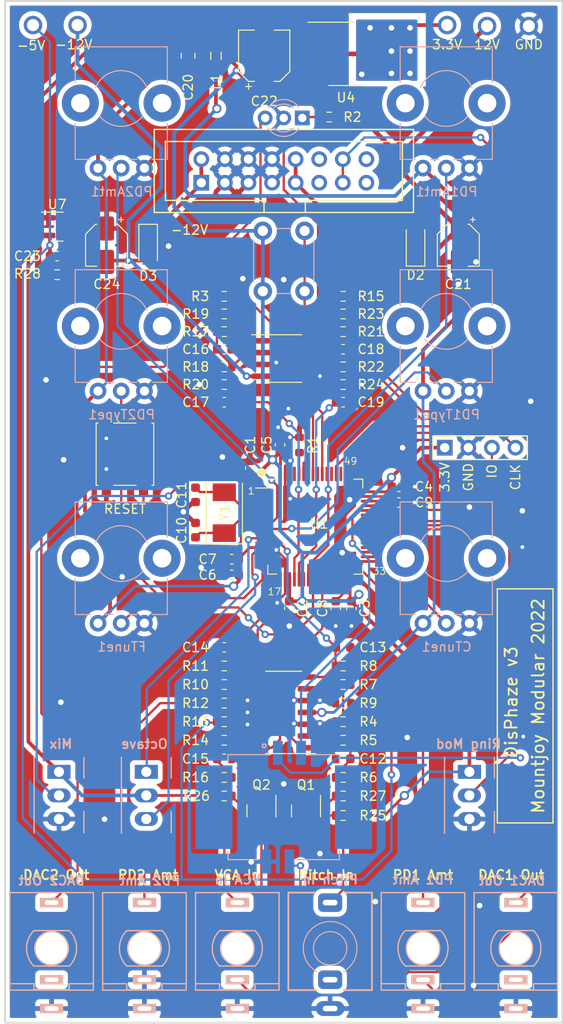
<source format=kicad_pcb>
(kicad_pcb (version 20221018) (generator pcbnew)
  (layers (0 "F.Cu" signal) (31 "B.Cu" signal) (34 "B.Paste" user) (35 "F.Paste" user) (36 "B.SilkS" user "B.Silkscreen") (37 "F.SilkS" user "F.Silkscreen") (38 "B.Mask" user) (39 "F.Mask" user) (44 "Edge.Cuts" user))
  (net 0 "")
  (net 1 "GND")
  (net 2 "+3V3")
  (net 3 "/LED_GREEN")
  (net 4 "Net-(C14-Pad1)")
  (net 5 "Net-(C15-Pad1)")
  (net 6 "Net-(C16-Pad1)")
  (net 7 "Net-(C17-Pad1)")
  (net 8 "VCC")
  (net 9 "VEE")
  (net 10 "/PD1_CV")
  (net 11 "-12V")
  (net 12 "+12V")
  (net 13 "/PD2_CV")
  (net 14 "/AREF_-5")
  (net 15 "+3.3VA")
  (net 16 "/VCA")
  (net 17 "/CTUNE")
  (net 18 "/FTUNE")
  (net 19 "/SWDIO")
  (net 20 "/SWCLK")
  (net 21 "Net-(C13-Pad1)")
  (net 22 "/CV_IN")
  (net 23 "Net-(C18-Pad1)")
  (net 24 "Net-(C19-Pad1)")
  (net 25 "/USB_DM")
  (net 26 "/USB_DP")
  (net 27 "/PD1_POT")
  (net 28 "/PD1_TYPE")
  (net 29 "/PD2_POT")
  (net 30 "/PD2_TYPE")
  (net 31 "/BOOT0")
  (net 32 "/RESET")
  (net 33 "/OCTAVE_DN")
  (net 34 "/OCTAVE_UP")
  (net 35 "/DAC1_RING_MOD")
  (net 36 "/DAC2_MIX")
  (net 37 "Net-(C10-Pad1)")
  (net 38 "/USB_VBUS")
  (net 39 "/LED_RED")
  (net 44 "/VCAP1")
  (net 45 "/VCAP2")
  (net 46 "/PD1Amt_in")
  (net 47 "/PD2Amt_in")
  (net 48 "/VCA_In")
  (net 49 "/DAC1")
  (net 50 "/DAC2")
  (net 51 "/DAC1Out")
  (net 52 "/DAC2Out")
  (net 53 "/ACTION")
  (net 54 "/V_OCT_CV")
  (net 55 "/Pitch_MIDI_In")
  (net 56 "/MIDI_RX")
  (net 57 "Net-(Q1-Pad1)")
  (net 58 "Net-(Q1-Pad3)")
  (net 59 "Net-(C11-Pad1)")
  (net 60 "Net-(C12-Pad1)")
  (net 61 "Net-(C16-Pad2)")
  (net 62 "Net-(C18-Pad2)")
  (net 63 "Net-(D1-Pad1)")
  (net 64 "Net-(D1-Pad3)")
  (net 68 "Net-(J6-Pad2)")
  (footprint "Capacitor_SMD:C_0603_1608Metric" (layer "F.Cu") (at 130.6 115.4 -90)
    (fp_text reference "C2")
    (fp_text value "100nF")
  )
  (footprint "Capacitor_SMD:C_0603_1608Metric" (layer "F.Cu") (at 120.5 103.175 -90)
    (fp_text reference "C10")
    (fp_text value "30pF")
  )
  (footprint "Capacitor_SMD:C_0603_1608Metric" (layer "F.Cu") (at 120.5 106.975 90)
    (fp_text reference "C11")
    (fp_text value "30pF")
  )
  (footprint "Capacitor_SMD:C_0603_1608Metric" (layer "F.Cu") (at 135.6 115.4 90)
    (fp_text reference "C8")
    (fp_text value "2.2uF")
  )
  (footprint "Capacitor_SMD:C_0603_1608Metric" (layer "F.Cu") (at 142.4 104)
    (fp_text reference "C9")
    (fp_text value "2.2uF")
  )
  (footprint "Capacitor_SMD:C_0603_1608Metric" (layer "F.Cu") (at 142.4 102.3)
    (fp_text reference "C4")
    (fp_text value "100nF")
  )
  (footprint "Capacitor_SMD:C_0603_1608Metric" (layer "F.Cu") (at 129.6 97.8 90)
    (fp_text reference "C5")
    (fp_text value "100nF")
  )
  (footprint "Capacitor_SMD:C_0603_1608Metric" (layer "F.Cu") (at 136.4 119.6 180)
    (fp_text reference "C13")
    (fp_text value "1.5nF")
  )
  (footprint "Capacitor_SMD:C_0603_1608Metric" (layer "F.Cu") (at 136.4 131.6 180)
    (fp_text reference "C12")
    (fp_text value "2.2nF")
  )
  (footprint "Capacitor_SMD:C_0603_1608Metric" (layer "F.Cu") (at 123.6 119.6)
    (fp_text reference "C14")
    (fp_text value "2.2nF")
  )
  (footprint "Capacitor_SMD:C_0603_1608Metric" (layer "F.Cu") (at 123.6 93.2)
    (fp_text reference "C17")
    (fp_text value "10uF")
  )
  (footprint "Capacitor_SMD:C_0603_1608Metric" (layer "F.Cu") (at 136.4 93.2 180)
    (fp_text reference "C19")
    (fp_text value "10uF")
  )
  (footprint "Capacitor_SMD:C_0603_1608Metric" (layer "F.Cu") (at 123.6 87.5)
    (fp_text reference "C16")
    (fp_text value "22pF")
  )
  (footprint "Capacitor_SMD:C_0603_1608Metric" (layer "F.Cu") (at 136.4 87.5 180)
    (fp_text reference "C18")
    (fp_text value "22pF")
  )
  (footprint "Capacitor_SMD:C_0603_1608Metric" (layer "F.Cu") (at 105.6 77.475)
    (fp_text reference "C23")
    (fp_text value "100nF")
  )
  (footprint "Custom_Footprints:Eurorack_16_pin_header" (layer "F.Cu") (at 121.125 69.575)
    (fp_text reference "J9" hide)
    (fp_text value "Eurorack_16_pin_power" hide)
  )
  (footprint "Inductor_SMD:L_0805_2012Metric" (layer "F.Cu") (at 122.7 55.9 90)
    (fp_text reference "L1")
    (fp_text value "L")
  )
  (footprint "Resistor_SMD:R_0603_1608Metric" (layer "F.Cu") (at 136.4 81.8)
    (fp_text reference "R15")
    (fp_text value "47k")
  )
  (footprint "Resistor_SMD:R_0603_1608Metric" (layer "F.Cu") (at 136.4 123.6)
    (fp_text reference "R7")
    (fp_text value "82k")
  )
  (footprint "Resistor_SMD:R_0603_1608Metric" (layer "F.Cu") (at 136.4 125.6)
    (fp_text reference "R9")
    (fp_text value "100k")
  )
  (footprint "Resistor_SMD:R_0603_1608Metric" (layer "F.Cu") (at 136.4 127.6)
    (fp_text reference "R4")
    (fp_text value "91k")
  )
  (footprint "Resistor_SMD:R_0603_1608Metric" (layer "F.Cu") (at 136.4 133.6)
    (fp_text reference "R6")
    (fp_text value "100k")
  )
  (footprint "Resistor_SMD:R_0603_1608Metric" (layer "F.Cu") (at 123.6 123.6 180)
    (fp_text reference "R10")
    (fp_text value "68k")
  )
  (footprint "Resistor_SMD:R_0603_1608Metric" (layer "F.Cu") (at 123.6 125.6 180)
    (fp_text reference "R12")
    (fp_text value "100k")
  )
  (footprint "Resistor_SMD:R_0603_1608Metric" (layer "F.Cu") (at 123.6 127.6 180)
    (fp_text reference "R13")
    (fp_text value "68k")
  )
  (footprint "Resistor_SMD:R_0603_1608Metric" (layer "F.Cu") (at 123.6 133.6 180)
    (fp_text reference "R16")
    (fp_text value "100k")
  )
  (footprint "Resistor_SMD:R_0603_1608Metric" (layer "F.Cu") (at 136.4 121.6)
    (fp_text reference "R8")
    (fp_text value "47k")
  )
  (footprint "Resistor_SMD:R_0603_1608Metric" (layer "F.Cu") (at 136.4 129.6)
    (fp_text reference "R5")
    (fp_text value "56k")
  )
  (footprint "Resistor_SMD:R_0603_1608Metric" (layer "F.Cu") (at 123.6 121.6 180)
    (fp_text reference "R11")
    (fp_text value "47k")
  )
  (footprint "Resistor_SMD:R_0603_1608Metric" (layer "F.Cu") (at 123.6 129.6 180)
    (fp_text reference "R14")
    (fp_text value "47k")
  )
  (footprint "Resistor_SMD:R_0603_1608Metric" (layer "F.Cu") (at 123.6 91.3 180)
    (fp_text reference "R20")
    (fp_text value "47k")
  )
  (footprint "Resistor_SMD:R_0603_1608Metric" (layer "F.Cu") (at 123.6 89.4 180)
    (fp_text reference "R18")
    (fp_text value "6.8k")
  )
  (footprint "Resistor_SMD:R_0603_1608Metric" (layer "F.Cu") (at 136.4 89.4)
    (fp_text reference "R22")
    (fp_text value "6.8k")
  )
  (footprint "Resistor_SMD:R_0603_1608Metric" (layer "F.Cu") (at 136.4 85.6)
    (fp_text reference "R21")
    (fp_text value "68k")
  )
  (footprint "Resistor_SMD:R_0603_1608Metric" (layer "F.Cu") (at 123.6 83.7 180)
    (fp_text reference "R19")
    (fp_text value "1k")
  )
  (footprint "Resistor_SMD:R_0603_1608Metric" (layer "F.Cu") (at 136.4 83.7 180)
    (fp_text reference "R23")
    (fp_text value "1k")
  )
  (footprint "Package_QFP:LQFP-64_10x10mm_P0.5mm" (layer "F.Cu") (at 133.4 106.6)
    (fp_text reference "U1")
    (fp_text value "STM32F405RGTx")
  )
  (footprint "Package_SO:SOIC-14_3.9x8.7mm_P1.27mm" (layer "F.Cu") (at 130 126.6 180)
    (fp_text reference "U3" hide)
    (fp_text value "MCP6004")
  )
  (footprint "Package_SO:SOIC-8_3.9x4.9mm_P1.27mm" (layer "F.Cu") (at 130 88.5)
    (fp_text reference "U2" hide)
    (fp_text value "TL072")
  )
  (footprint "Crystal:Crystal_SMD_0603-2Pin_6.0x3.5mm" (layer "F.Cu") (at 123.6 105.1 90)
    (fp_text reference "Y1")
    (fp_text value "12MHz_18pF")
  )
  (footprint "Custom_Footprints:SWD_header" (layer "F.Cu") (at 147.34 98.1)
    (fp_text reference "J1" hide)
    (fp_text value "SWD_Header")
  )
  (footprint "Diode_SMD:D_SOD-123" (layer "F.Cu") (at 115.4 76.3 -90)
    (fp_text reference "D3")
    (fp_text value "1N5819")
  )
  (footprint "Diode_SMD:D_SOD-123" (layer "F.Cu") (at 144.2 76.3 90)
    (fp_text reference "D2")
    (fp_text value "1N5819")
  )
  (footprint "Resistor_SMD:R_0603_1608Metric" (layer "F.Cu") (at 105.6 79.475 180)
    (fp_text reference "R28")
    (fp_text value "2.2k")
  )
  (footprint "Resistor_SMD:R_0603_1608Metric" (layer "F.Cu") (at 123.6 85.6 180)
    (fp_text reference "R17")
    (fp_text value "68k")
  )
  (footprint "Capacitor_SMD:CP_Elec_4x5.3" (layer "F.Cu") (at 148.8 76.3 -90)
    (fp_text reference "C21")
    (fp_text value "22uF")
  )
  (footprint "Capacitor_SMD:CP_Elec_4x5.3" (layer "F.Cu") (at 110.925 76.3 -90)
    (fp_text reference "C24")
    (fp_text value "22uF")
  )
  (footprint "Capacitor_SMD:CP_Elec_5x5.4" (layer "F.Cu") (at 127.9 55.9 90)
    (fp_text reference "C22")
    (fp_text value "47uF")
  )
  (footprint "Resistor_SMD:R_0603_1608Metric" (layer "F.Cu") (at 136.4 91.3)
    (fp_text reference "R24")
    (fp_text value "47k")
  )
  (footprint "Capacitor_SMD:C_0603_1608Metric" (layer "F.Cu") (at 123.6 131.6)
    (fp_text reference "C15")
    (fp_text value "1.5nF")
  )
  (footprint "Capacitor_SMD:C_0603_1608Metric" (layer "F.Cu") (at 137.3 115.4 -90)
    (fp_text reference "C3")
    (fp_text value "100nF")
  )
  (footprint "Package_TO_SOT_SMD:SOT-223-3_TabPin2" (layer "F.Cu") (at 136.7 55.7)
    (fp_text reference "U4")
    (fp_text value "LM1117-3.3")
  )
  (footprint "Custom_Footprints:SW_SPST_EVQQ2" (layer "F.Cu") (at 112.9 98.8 -90)
    (fp_text reference "RESET1" hide)
    (fp_text value "SW_Push")
  )
  (footprint "Resistor_SMD:R_0603_1608Metric" (layer "F.Cu") (at 136.4 135.6 180)
    (fp_text reference "R27")
    (fp_text value "4k7")
  )
  (footprint "Package_TO_SOT_SMD:SOT-23" (layer "F.Cu") (at 127.6 137.2 -90)
    (fp_text reference "Q2")
    (fp_text value "MMBT3904")
  )
  (footprint "Capacitor_SMD:C_0805_2012Metric" (layer "F.Cu") (at 119.7 55.9 90)
    (fp_text reference "C20")
    (fp_text value "10uF")
  )
  (footprint "Custom_Footprints:1.3mm_Test_Point" (layer "F.Cu") (at 151.9 52.7)
    (fp_text reference "TP4" hide)
    (fp_text value "TestPoint")
  )
  (footprint "Custom_Footprints:1.3mm_Test_Point" (layer "F.Cu") (at 103 52.6)
    (fp_text reference "TP1" hide)
    (fp_text value "TestPoint")
  )
  (footprint "Resistor_SMD:R_0603_1608Metric" (layer "F.Cu") (at 134.9 62.5)
    (fp_text reference "R2")
    (fp_text value "1k")
  )
  (footprint "Package_TO_SOT_SMD:SOT-23" (layer "F.Cu") (at 132.4 137.2 -90)
    (fp_text reference "Q1")
    (fp_text value "MMBT3904")
  )
  (footprint "Resistor_SMD:R_0603_1608Metric" (layer "F.Cu") (at 131.7 97.8 -90)
    (fp_text reference "R1")
    (fp_text value "100k")
  )
  (footprint "Resistor_SMD:R_0603_1608Metric" (layer "F.Cu") (at 123.6 135.6 180)
    (fp_text reference "R26")
    (fp_text value "4k7")
  )
  (footprint "Capacitor_SMD:C_0603_1608Metric" (layer "F.Cu") (at 124.4 110.1 180)
    (fp_text reference "C7")
    (fp_text value "100nF")
  )
  (footprint "Resistor_SMD:R_0603_1608Metric" (layer "F.Cu") (at 136.4 137.7)
    (fp_text reference "R25")
    (fp_text value "4k7")
  )
  (footprint "Resistor_SMD:R_0603_1608Metric" (layer "F.Cu") (at 123.6 81.8)
    (fp_text reference "R3")
    (fp_text value "1k")
  )
  (footprint "Custom_Footprints:1.3mm_Test_Point" (layer "F.Cu") (at 147.6 52.6)
    (fp_text reference "TP3" hide)
    (fp_text value "TestPoint")
  )
  (footprint "Capacitor_SMD:C_0603_1608Metric" (layer "F.Cu") (at 124.4 111.8 180)
    (fp_text reference "C6")
    (fp_text value "1uF")
  )
  (footprint "Custom_Footprints:1.3mm_Test_Point" (layer "F.Cu") (at 156.4 52.7)
    (fp_text reference "TP2" hide)
    (fp_text value "TestPoint")
  )
  (footprint "Custom_Footprints:1.3mm_Test_Point" (layer "F.Cu") (at 107.8 52.6)
    (fp_text reference "TP5" hide)
    (fp_text value "TestPoint")
  )
  (footprint "Package_TO_SOT_SMD:SOT-23" (layer "F.Cu") (at 105.6 74.3)
    (fp_text reference "U7")
    (fp_text value "LM4040DBZ-5")
  )
  (footprint "Capacitor_SMD:C_0603_1608Metric" (layer "F.Cu") (at 126.4 100.3 90)
    (fp_text reference "C1")
    (fp_text value "4.7uF")
  )
  (footprint "Custom_Footprints:Thonkiconn_Stereo-PJ366ST" (layer "B.Cu") (at 135 152 180)
    (fp_text reference "J3" hide)
    (fp_text value "PItch_In")
  )
  (footprint "Custom_Footprints:THONKICONN_hole" (layer "B.Cu") (at 145 152 180)
    (fp_text reference "J4" hide)
    (fp_text value "PD1_Amt_In" hide)
  )
  (footprint "Custom_Footprints:THONKICONN_hole" (layer "B.Cu") (at 115 152 180)
    (fp_text reference "J5" hide)
    (fp_text value "PD2_Amt_In" hide)
  )
  (footprint "Custom_Footprints:THONKICONN_hole" (layer "B.Cu") (at 125 152 180)
    (fp_text reference "J6" hide)
    (fp_text value "VCA_In" hide)
  )
  (footprint "Custom_Footprints:THONKICONN_hole" (layer "B.Cu") (at 105 152 180)
    (fp_text reference "J7" hide)
    (fp_text value "DAC1_Out" hide)
  )
  (footprint "Custom_Footprints:THONKICONN_hole" (layer "B.Cu") (at 155 152 180)
    (fp_text reference "J8" hide)
    (fp_text value "DAC2_Out" hide)
  )
  (footprint "Custom_Footprints:SPDTSubMiniature" (layer "B.Cu") (at 105.8 133 -90)
    (fp_text reference "SW3" hide)
    (fp_text value "DAC2_Mix_Switch")
  )
  (footprint "Custom_Footprints:SPDTSubMiniature" (layer "B.Cu") (at 115.2 133 -90)
    (fp_text reference "SW1" hide)
    (fp_text value "Octave_Switch")
  )
  (footprint "Custom_Footprints:SW_PUSH_6mm_aligned" (layer "B.Cu") (at 130 78 90)
    (fp_text reference "SW4" hide)
    (fp_text value "SW_Push")
  )
  (footprint "Custom_Footprints:Alpha_9mm_Potentiometer_Aligned" (layer "B.Cu") (at 147.5 109.5 180)
    (fp_text reference "CTune1")
    (fp_text value "B10k")
  )
  (footprint "Custom_Footprints:Alpha_9mm_Potentiometer_Aligned" (layer "B.Cu") (at 112.5 109.5 180)
    (fp_text reference "FTune1")
    (fp_text value "B10k")
  )
  (footprint "Custom_Footprints:Alpha_9mm_Potentiometer_Aligned" (layer "B.Cu") (at 147.5 60.5 180)
    (fp_text reference "PD1Amt1")
    (fp_text value "B10k")
  )
  (footprint "Custom_Footprints:Alpha_9mm_Potentiometer_Aligned" (layer "B.Cu") (at 147.5 84.5 180)
    (fp_text reference "PD1Type1")
    (fp_text value "B10k")
  )
  (footprint "Custom_Footprints:Alpha_9mm_Potentiometer_Aligned" (layer "B.Cu") (at 112.5 60.5 180)
    (fp_text reference "PD2Amt1")
    (fp_text value "B10k")
  )
  (footprint "Custom_Footprints:Alpha_9mm_Potentiometer_Aligned" (layer "B.Cu") (at 112.5 84.5 180)
    (fp_text reference "PD2Type1")
    (fp_text value "B10k")
  )
  (footprint "Custom_Footprints:USB_TE_1734517-1" (layer "B.Cu") (at 130 136.8 180)
    (fp_text reference "J2" hide)
    (fp_text value "USB_B_Micro")
  )
  (footprint "Custom_Footprints:SPDTSubMiniature" (layer "B.Cu") (at 150 133 -90)
    (fp_text reference "SW2" hide)
    (fp_text value "DAC1_RingMod_Switch")
  )
  (footprint "LED_THT:LED_D3.0mm-3" (layer "B.Cu") (at 130 62.6 180)
    (fp_text reference "D1" hide)
    (fp_text value "LED_Dual_AKA")
  )
  (gr_circle (center 127.6 100.8) (end 128 100.8) (stroke (width 0.2)) (fill solid) (layer "F.SilkS"))
  (gr_rect (start 153 113.3) (end 159 138.5) (stroke (width 0.15)) (fill none) (layer "F.SilkS"))
  (gr_line (start 100 160) (end 160 160) (stroke (width 0.2)) (layer "Edge.Cuts"))
  (gr_line (start 160 50) (end 160 160) (stroke (width 0.2)) (layer "Edge.Cuts"))
  (gr_line (start 100 50) (end 160 50) (stroke (width 0.2)) (layer "Edge.Cuts"))
  (gr_line (start 100 50) (end 100 160) (stroke (width 0.2)) (layer "Edge.Cuts"))
  (gr_text "DAC1 Out" (at 154.6 144.7) (layer "B.SilkS") (effects (font (size 1 1) (thickness 0.2)) (justify mirror)))
  (gr_text "PD1 Amt" (at 145 144.6) (layer "B.SilkS") (effects (font (size 1 1) (thickness 0.2)) (justify mirror)))
  (gr_text "Pitch In" (at 135 144.6) (layer "B.SilkS") (effects (font (size 1 1) (thickness 0.2)) (justify mirror)))
  (gr_text "VCA In" (at 125 144.6) (layer "B.SilkS") (effects (font (size 1 1) (thickness 0.2)) (justify mirror)))
  (gr_text "PD2 Amt" (at 115.6 144.7) (layer "B.SilkS") (effects (font (size 1 1) (thickness 0.2)) (justify mirror)))
  (gr_text "DAC2 Out" (at 105 144.7) (layer "B.SilkS") (effects (font (size 1 1) (thickness 0.2)) (justify mirror)))
  (gr_text "Ring Mod" (at 149.9 130) (layer "B.SilkS") (effects (font (size 1 1) (thickness 0.2)) (justify mirror)))
  (gr_text "Octave" (at 115 130) (layer "B.SilkS") (effects (font (size 1 1) (thickness 0.2)) (justify mirror)))
  (gr_text "Mix" (at 106 130) (layer "B.SilkS") (effects (font (size 1 1) (thickness 0.2)) (justify mirror)))
  (gr_text "PD2 Amt" (at 115.4 144.1) (layer "F.SilkS") (effects (font (size 1 1) (thickness 0.2))))
  (gr_text "PD1 Amt" (at 145 144.1) (layer "F.SilkS") (effects (font (size 1 1) (thickness 0.2))))
  (gr_text "DAC1 Out" (at 154.5 144.1) (layer "F.SilkS") (effects (font (size 1 1) (thickness 0.2))))
  (gr_text "VCA In" (at 125 144.1) (layer "F.SilkS") (effects (font (size 1 1) (thickness 0.2))))
  (gr_text "Pitch In" (at 134.6 144.1) (layer "F.SilkS") (effects (font (size 1 1) (thickness 0.2))))
  (gr_text "17" (at 129 113.6) (layer "F.SilkS") (effects (font (size 0.75 0.75) (thickness 0.1))))
  (gr_text "33" (at 140.3 111.4) (layer "F.SilkS") (effects (font (size 0.75 0.75) (thickness 0.1))))
  (gr_text "49" (at 137.2 99.55) (layer "F.SilkS") (effects (font (size 0.75 0.75) (thickness 0.1))))
  (gr_text "1" (at 126.5 102.75) (layer "F.SilkS") (effects (font (size 0.75 0.75) (thickness 0.1))))
  (gr_text "3.3V" (at 147.6 54.7) (layer "F.SilkS") (effects (font (size 1 1))))
  (gr_text "DAC2 Out" (at 105.5 144.1) (layer "F.SilkS") (effects (font (size 1 1) (thickness 0.2))))
  (gr_text "12V" (at 151.9 54.7) (layer "F.SilkS") (effects (font (size 1 1))))
  (gr_text "RESET" (at 112.9 104.7) (layer "F.SilkS") (effects (font (size 1 1))))
  (gr_text "-12V" (at 107.4 54.7) (layer "F.SilkS") (effects (font (size 1 1))))
  (gr_text "DisPhaze v3" (at 154.5 125.5 90) (layer "F.SilkS") (effects (font (size 1.3 1.3) (thickness 0.2))))
  (gr_text "GND" (at 156.4 54.7) (layer "F.SilkS") (effects (font (size 1 1))))
  (gr_text "Mountjoy Modular 2022" (at 157.4 125.9 90) (layer "F.SilkS") (effects (font (size 1.3 1.3) (thickness 0.2))))
  (gr_text "-5V" (at 102.8 54.8) (layer "F.SilkS") (effects (font (size 1 1))))
  (segment (start 120.5 103.95) (end 120.25 103.95) (width 0.5) (layer "F.Cu") (net 1))
  (segment (start 130.5 93.9) (end 131.7 95.1) (width 0.25) (layer "F.Cu") (net 1))
  (segment (start 128.565006 108.35) (end 129.2 108.984994) (width 0.25) (layer "F.Cu") (net 1))
  (segment (start 131.7 95.1) (end 131.7 96.975) (width 0.25) (layer "F.Cu") (net 1))
  (segment (start 130.675 96.975) (end 129.65 96.975) (width 0.25) (layer "F.Cu") (net 1))
  (segment (start 131.17 127.87) (end 132.475 127.87) (width 0.4) (layer "F.Cu") (net 1))
  (segment (start 130.7 99.5) (end 130.7 97) (width 0.25) (layer "F.Cu") (net 1))
  (segment (start 130.15 110.05) (end 129.2 109.1) (width 0.25) (layer "F.Cu") (net 1))
  (segment (start 130.15 112.275) (end 130.15 110.05) (width 0.25) (layer "F.Cu") (net 1))
  (segment (start 127.525 89.135) (end 129.000345 89.135) (width 0.25) (layer "F.Cu") (net 1))
  (segment (start 130.7 97) (end 130.675 96.975) (width 0.25) (layer "F.Cu") (net 1))
  (segment (start 120.5 106.2) (end 120.4 106.2) (width 0.5) (layer "F.Cu") (net 1))
  (segment (start 130.15 100.925) (end 130.15 103.05) (width 0.25) (layer "F.Cu") (net 1))
  (segment (start 120.25 103.95) (end 119.2 105) (width 0.5) (layer "F.Cu") (net 1))
  (segment (start 130.15 103.05) (end 130.7 103.6) (width 0.25) (layer "F.Cu") (net 1))
  (segment (start 130.15 113.822862) (end 129.3 114.672862) (width 0.25) (layer "F.Cu") (net 1))
  (segment (start 129.000345 89.135) (end 129.1995 88.935845) (width 0.25) (layer "F.Cu") (net 1))
  (segment (start 120.4 106.2) (end 119.2 105) (width 0.5) (layer "F.Cu") (net 1))
  (segment (start 131.7 96.975) (end 130.675 96.975) (width 0.25) (layer "F.Cu") (net 1))
  (segment (start 130.7 99.534994) (end 130.7 99.5) (width 0.25) (layer "F.Cu") (net 1))
  (segment (start 129.65 96.975) (end 129.6 97.025) (width 0.25) (layer "F.Cu") (net 1))
  (segment (start 131.1 125.3) (end 132.405 125.3) (width 0.4) (layer "F.Cu") (net 1))
  (segment (start 130.15 100.084994) (end 130.7 99.534994) (width 0.25) (layer "F.Cu") (net 1))
  (segment (start 129.3 114.672862) (end 129.3 114.8) (width 0.25) (layer "F.Cu") (net 1))
  (segment (start 127.725 108.35) (end 128.565006 108.35) (width 0.25) (layer "F.Cu") (net 1))
  (segment (start 130.15 112.275) (end 130.15 113.822862) (width 0.25) (layer "F.Cu") (net 1))
  (segment (start 129.2 108.984994) (end 129.2 109.1) (width 0.25) (layer "F.Cu") (net 1))
  (segment (start 130.15 100.925) (end 130.15 100.084994) (width 0.25) (layer "F.Cu") (net 1))
  (segment (start 131.1 127.8) (end 131.17 127.87) (width 0.4) (layer "F.Cu") (net 1))
  (via (at 130 80) (size 1) (drill 0.6) (layers "F.Cu" "B.Cu") (net 1))
  (via (at 112.6 112) (size 1) (drill 0.6) (layers "F.Cu" "B.Cu") (net 1))
  (via (at 121.1 111) (size 1) (drill 0.6) (layers "F.Cu" "B.Cu") (net 1))
  (via (at 155.7 104.9) (size 1) (drill 0.6) (layers "F.Cu" "B.Cu") (net 1))
  (via (at 155.8 129.2) (size 0.8) (drill 0.4) (layers "F.Cu" "B.Cu") (net 1))
  (via (at 129.4 95.9) (size 0.8) (drill 0.4) (layers "F.Cu" "B.Cu") (net 1))
  (via (at 150.7 78.1) (size 1) (drill 0.6) (layers "F.Cu" "B.Cu") (net 1))
  (via (at 138.4 91.3) (size 0.8) (drill 0.4) (layers "F.Cu" "B.Cu") (net 1))
  (via (at 106.3 99.4) (size 1) (drill 0.6) (layers "F.Cu" "B.Cu") (net 1))
  (via (at 129.2 109.1) (size 0.8) (drill 0.4) (layers "F.Cu" "B.Cu") (net 1))
  (via (at 133.9 125.3) (size 0.8) (drill 0.4) (layers "F.Cu" "B.Cu") (net 1))
  (via (at 117.6 76.4) (size 1) (drill 0.6) (layers "F.Cu" "B.Cu") (net 1))
  (via (at 137.1 103.7) (size 1) (drill 0.6) (layers "F.Cu" "B.Cu") (net 1))
  (via (at 104.4 90.8) (size 1) (drill 0.6) (layers "F.Cu" "B.Cu") (net 1))
  (via (at 126.5 142.7) (size 1) (drill 0.6) (layers "F.Cu" "B.Cu") (net 1))
  (via (at 144.1 102.3) (size 0.8) (drill 0.4) (layers "F.Cu" "B.Cu") (net 1))
  (via (at 155.7 108.8) (size 0.8) (drill 0.4) (layers "F.Cu" "B.Cu") (net 1))
  (via (at 106 125.5) (size 1) (drill 0.6) (layers "F.Cu" "B.Cu") (net 1))
  (via (at 130.5 93.9) (size 0.8) (drill 0.4) (layers "F.Cu" "B.Cu") (net 1))
  (via (at 150 104.5) (size 1) (drill 0.6) (layers "F.Cu" "B.Cu") (net 1))
  (via (at 156.6 93.1) (size 1) (drill 0.6) (layers "F.Cu" "B.Cu") (net 1))
  (via (at 110.7 138.1) (size 1) (drill 0.6) (layers "F.Cu" "B.Cu") (net 1))
  (via (at 130.7 103.6) (size 0.8) (drill 0.4) (layers "F.Cu" "B.Cu") (net 1))
  (via (at 126.1 126.6) (size 0.8) (drill 0.4) (layers "F.Cu" "B.Cu") (net 1))
  (via (at 150.434598 155.990421) (size 1) (drill 0.6) (layers "F.Cu" "B.Cu") (net 1))
  (via (at 130 134.3) (size 1) (drill 0.6) (layers "F.Cu" "B.Cu") (net 1))
  (via (at 135.6 117.3) (size 0.8) (drill 0.4) (layers "F.Cu" "B.Cu") (net 1))
  (via (at 126.1 125.3) (size 0.8) (drill 0.4) (layers "F.Cu" "B.Cu") (net 1))
  (via (at 144.1 104) (size 0.8) (drill 0.4) (layers "F.Cu" "B.Cu") (net 1))
  (via (at 110.9 100.4) (size 0.8) (drill 0.4) (layers "F.Cu" "B.Cu") (net 1))
  (via (at 133.9 141.8) (size 1) (drill 0.6) (layers "F.Cu" "B.Cu") (net 1))
  (via (at 120.9 91.3) (size 1) (drill 0.6) (layers "F.Cu" "B.Cu") (net 1))
  (via (at 130.6 117.3) (size 1) (drill 0.6) (layers "F.Cu" "B.Cu") (net 1))
  (via (at 143.3 129.3) (size 1) (drill 0.6) (layers "F.Cu" "B.Cu") (net 1))
  (via (at 130.7 99.5) (size 0.8) (drill 0.4) (layers "F.Cu" "B.Cu") (net 1))
  (via (at 123.4 99.1) (size 1) (drill 0.6) (layers "F.Cu" "B.Cu") (net 1))
  (via (at 129.1995 88.935845) (size 0.8) (drill 0.4) (layers "F.Cu" "B.Cu") (net 1))
  (via (at 129.3 114.8) (size 0.8) (drill 0.4) (layers "F.Cu" "B.Cu") (net 1))
  (via (at 139.86699 146.96699) (size 1) (drill 0.6) (layers "F.Cu" "B.Cu") (net 1))
  (via (at 119.2 105) (size 1) (drill 0.6) (layers "F.Cu" "B.Cu") (net 1))
  (via (at 133.9 127.8) (size 0.8) (drill 0.4) (layers "F.Cu" "B.Cu") (net 1))
  (via (at 136.3 109.4) (size 1) (drill 0.6) (layers "F.Cu" "B.Cu") (net 1))
  (via (at 125.6 79.9) (size 1) (drill 0.6) (layers "F.Cu" "B.Cu") (net 1))
  (via (at 137.3 117.3) (size 0.8) (drill 0.4) (layers "F.Cu" "B.Cu") (net 1))
  (via (at 131.1 127.8) (size 0.8) (drill 0.4) (layers "F.Cu" "B.Cu") (net 1))
  (via (at 142.8 98.1) (size 1) (drill 0.6) (layers "F.Cu" "B.Cu") (net 1))
  (via (at 126.1 127.9) (size 0.8) (drill 0.4) (layers "F.Cu" "B.Cu") (net 1))
  (via (at 110.9 97.1) (size 0.8) (drill 0.4) (layers "F.Cu" "B.Cu") (net 1))
  (via (at 130.675 96.975) (size 0.8) (drill 0.4) (layers "F.Cu" "B.Cu") (net 1))
  (via (at 131.1 125.3) (size 0.8) (drill 0.4) (layers "F.Cu" "B.Cu") (net 1))
  (via (at 148.8 80.5) (size 1) (drill 0.6) (layers "F.Cu" "B.Cu") (net 1))
  (via (at 151.1 147.4) (size 1) (drill 0.6) (layers "F.Cu" "B.Cu") (net 1))
  (via (at 133.9 90.4) (size 0.8) (drill 0.4) (layers "F.Cu" "B.Cu") (net 1))
  (segment (start 138.1 113.9) (end 138.025 113.9) (width 0.4) (layer "F.Cu") (net 2))
  (segment (start 127.725 102.85) (end 127.025 102.85) (width 0.3) (layer "F.Cu") (net 2))
  (segment (start 127.1 101.075) (end 129.6 98.575) (width 0.4) (layer "F.Cu") (net 2))
  (segment (start 130.65 112.275) (end 130.65 114.575) (width 0.3) (layer "F.Cu") (net 2))
  (segment (start 137.3 114.7) (end 140.2 117.6) (width 0.4) (layer "F.Cu") (net 2))
  (segment (start 129.65 98.625) (end 129.6 98.575) (width 0.3) (layer "F.Cu") (net 2))
  (segment (start 131.975 114.625) (end 132 114.6) (width 0.4) (layer "F.Cu") (net 2))
  (segment (start 143 135.55) (end 140.85 137.7) (width 0.3) (layer "F.Cu") (net 2))
  (segment (start 127.7 102.85) (end 127.025 102.85) (width 0.25) (layer "F.Cu") (net 2))
  (segment (start 138.025 113.9) (end 137.3 114.625) (width 0.4) (layer "F.Cu") (net 2))
  (segment (start 144.8 98.1) (end 141.6 101.3) (width 0.4) (layer "F.Cu") (net 2))
  (segment (start 140.85 137.7) (end 137.225 137.7) (width 0.3) (layer "F.Cu") (net 2))
  (segment (start 127.73125 58.21875) (end 125.61875 58.21875) (width 0.4) (layer "F.Cu") (net 2))
  (segment (start 150 127.4) (end 140.2 117.6) (width 0.4) (layer "F.Cu") (net 2))
  (segment (start 129.6 98.575) (end 129.6 98.6) (width 0.4) (layer "F.Cu") (net 2))
  (segment (start 115.2 135.54) (end 122.715 135.54) (width 0.3) (layer "F.Cu") (net 2))
  (segment (start 130.6 114.625) (end 131.975 114.625) (width 0.4) (layer "F.Cu") (net 2))
  (segment (start 137.15 112.275) (end 137.15 114.475) (width 0.3) (layer "F.Cu") (net 2))
  (segment (start 137.15 114.475) (end 137.3 114.625) (width 0.3) (layer "F.Cu") (net 2))
  (segment (start 139.85 55.7) (end 133.55 55.7) (width 0.5) (layer "F.Cu") (net 2))
  (segment (start 141.075 102.85) (end 141.625 102.3) (width 0.3) (layer "F.Cu") (net 2))
  (segment (start 130.3 55.7) (end 127.9 58.1) (width 0.5) (layer "F.Cu") (net 2))
  (segment (start 129.65 100.925) (end 129.65 98.625) (width 0.3) (layer "F.Cu") (net 2))
  (segment (start 141.625 101.325) (end 141.6 101.3) (width 0.3) (layer "F.Cu") (net 2))
  (segment (start 125.61875 58.21875) (end 124.9 57.5) (width 0.4) (layer "F.Cu") (net 2))
  (segment (start 102.5 61.7) (end 110.8 53.4) (width 0.4) (layer "F.Cu") (net 2))
  (segment (start 147.34 98.1) (end 144.8 98.1) (width 0.4) (layer "F.Cu") (net 2))
  (segment (start 121.3 53.4) (end 124.9 57) (width 0.4) (layer "F.Cu") (net 2))
  (segment (start 110.8 53.4) (end 121.3 53.4) (width 0.4) (layer "F.Cu") (net 2))
  (segment (start 150 133) (end 150 127.4) (width 0.4) (layer "F.Cu") (net 2))
  (segment (start 141.625 102.3) (end 141.625 101.325) (width 0.3) (layer "F.Cu") (net 2))
  (segment (start 130.65 114.575) (end 130.6 114.625) (width 0.3) (layer "F.Cu") (net 2))
  (segment (start 126.4 102.225) (end 126.4 101.075) (width 0.3) (layer "F.Cu") (net 2))
  (segment (start 105.75 133) (end 102.5 129.75) (width 0.4) (layer "F.Cu") (net 2))
  (segment (start 102.5 129.75) (end 102.5 61.7) (width 0.4) (layer "F.Cu") (net 2))
  (segment (start 122.715 135.54) (end 122.775 135.6) (width 0.3) (layer "F.Cu") (net 2))
  (segment (start 127.95 58) (end 127.73125 58.21875) (width 0.4) (layer "F.Cu") (net 2))
  (segment (start 133.55 55.7) (end 130.3 55.7) (width 0.5) (layer "F.Cu") (net 2))
  (segment (start 143.7 52.6) (end 147.6 52.6) (width 0.4) (layer "F.Cu") (net 2))
  (segment (start 139.075 102.85) (end 141.075 102.85) (width 0.3) (layer "F.Cu") (net 2))
  (segment (start 127.025 102.85) (end 126.4 102.225) (width 0.3) (layer "F.Cu") (net 2))
  (segment (start 124.9 57) (end 124.9 57.5) (width 0.4) (layer "F.Cu") (net 2))
  (segment (start 126.4 101.075) (end 127.1 101.075) (width 0.4) (layer "F.Cu") (net 2))
  (segment (start 137.3 114.625) (end 137.3 114.7) (width 0.4) (layer "F.Cu") (net 2))
  (via (at 128.8 99.4) (size 1) (drill 0.6) (layers "F.Cu" "B.Cu") (net 2))
  (via (at 138.1 113.9) (size 1) (drill 0.6) (layers "F.Cu" "B.Cu") (net 2))
  (via (at 132 114.6) (size 1) (drill 0.6) (layers "F.Cu" "B.Cu") (net 2))
  (via (at 141.6 101.3) (size 1) (drill 0.6) (layers "F.Cu" "B.Cu") (net 2))
  (via (at 124.9 57.5) (size 0.8) (drill 0.4) (layers "F.Cu" "B.Cu") (net 2))
  (via (at 143.6 55.4) (size 1) (drill 0.6) (layers "F.Cu" "B.Cu") (net 2))
  (via (at 143.6 57.8) (size 1) (drill 0.6) (layers "F.Cu" "B.Cu") (net 2))
  (via (at 138.4 57.9) (size 1) (drill 0.6) (layers "F.Cu" "B.Cu") (net 2))
  (via (at 141.6 52.9) (size 1) (drill 0.6) (layers "F.Cu" "B.Cu") (net 2))
  (via (at 141.6 57.8) (size 1) (drill 0.6) (layers "F.Cu" "B.Cu") (net 2))
  (via (at 139.3 52.9) (size 1) (drill 0.6) (layers "F.Cu" "B.Cu") (net 2))
  (via (at 141.6 55.4) (size 1) (drill 0.6) (layers "F.Cu" "B.Cu") (net 2))
  (via (at 143 135.55) (size 1) (drill 0.6) (layers "F.Cu" "B.Cu") (net 2))
  (via (at 143.6 52.9) (size 1) (drill 0.6) (layers "F.Cu" "B.Cu") (net 2))
  (segment (start 133.5 109.4) (end 141.6 101.3) (width 0.4) (layer "B.Cu") (net 2))
  (segment (start 127.75 74.75) (end 120.75 74.75) (width 0.4) (layer "B.Cu") (net 2))
  (segment (start 132 114.6) (end 132 109.4) (width 0.4) (layer "B.Cu") (net 2))
  (segment (start 127.75 98.35) (end 127.75 74.75) (width 0.4) (layer "B.Cu") (net 2))
  (segment (start 120.75 74.75) (end 118.2 72.2) (width 0.4) (layer "B.Cu") (net 2))
  (segment (start 150 133) (end 145.55 133) (width 0.3) (layer "B.Cu") (net 2))
  (segment (start 105.75 133) (end 108.29 135.54) (width 0.4) (layer "B.Cu") (net 2))
  (segment (start 118.2 72.2) (end 118.2 64.2) (width 0.4) (layer "B.Cu") (net 2))
  (segment (start 132 109.4) (end 133.5 109.4) (width 0.4) (layer "B.Cu") (net 2))
  (segment (start 138.1 113.9) (end 137.4 114.6) (width 0.4) (layer "B.Cu") (net 2))
  (segment (start 108.29 135.54) (end 115.25 135.54) (width 0.4) (layer "B.Cu") (net 2))
  (segment (start 118.2 64.2) (end 124.9 57.5) (width 0.4) (layer "B.Cu") (net 2))
  (segment (start 129.6 100.2) (end 128.8 99.4) (width 0.4) (layer "B.Cu") (net 2))
  (segment (start 132 109.4) (end 129.6 107) (width 0.4) (layer "B.Cu") (net 2))
  (segment (start 128.8 99.4) (end 127.75 98.35) (width 0.4) (layer "B.Cu") (net 2))
  (segment (start 137.4 114.6) (end 132 114.6) (width 0.4) (layer "B.Cu") (net 2))
  (segment (start 129.6 107) (end 129.6 100.2) (width 0.4) (layer "B.Cu") (net 2))
  (segment (start 145.55 133) (end 143 135.55) (width 0.3) (layer "B.Cu") (net 2))
  (segment (start 132.15 99.75) (end 132.7 99.2) (width 0.25) (layer "F.Cu") (net 3))
  (segment (start 129.924001 92.124001) (end 129.924001 85.924001) (width 0.25) (layer "F.Cu") (net 3))
  (segment (start 132.7 94.9) (end 129.924001 92.124001) (width 0.25) (layer "F.Cu") (net 3))
  (segment (start 129.924001 85.924001) (end 125.8 81.8) (width 0.25) (layer "F.Cu") (net 3))
  (segment (start 132.15 100.925) (end 132.15 99.75) (width 0.25) (layer "F.Cu") (net 3))
  (segment (start 132.7 99.2) (end 132.7 94.9) (width 0.25) (layer "F.Cu") (net 3))
  (segment (start 125.8 81.8) (end 124.425 81.8) (width 0.25) (layer "F.Cu") (net 3))
  (segment (start 127.525 124.06) (end 124.885 124.06) (width 0.25) (layer "F.Cu") (net 4))
  (segment (start 122.775 119.65) (end 122.825 119.6) (width 0.25) (layer "F.Cu") (net 4))
  (segment (start 122.775 121.95) (end 122.775 121.6) (width 0.25) (layer "F.Cu") (net 4))
  (segment (start 124.425 123.6) (end 122.775 121.95) (width 0.25) (layer "F.Cu") (net 4))
  (segment (start 124.885 124.06) (end 124.425 123.6) (width 0.25) (layer "F.Cu") (net 4))
  (segment (start 124.425 125.6) (end 124.425 123.6) (width 0.25) (layer "F.Cu") (net 4))
  (segment (start 122.775 121.6) (end 122.775 119.65) (width 0.25) (layer "F.Cu") (net 4))
  (segment (start 124.425 127.675) (end 122.775 129.325) (width 0.25) (layer "F.Cu") (net 5))
  (segment (start 122.825 131.6) (end 122.825 131.8125) (width 0.25) (layer "F.Cu") (net 5))
  (segment (start 122.775 129.6) (end 122.775 131.55) (width 0.25) (layer "F.Cu") (net 5))
  (segment (start 122.775 129.325) (end 122.775 129.6) (width 0.25) (layer "F.Cu") (net 5))
  (segment (start 125.965 129.14) (end 124.425 127.6) (width 0.25) (layer "F.Cu") (net 5))
  (segment (start 124.425 133.4125) (end 124.425 133.6) (width 0.25) (layer "F.Cu") (net 5))
  (segment (start 122.825 131.8125) (end 124.425 133.4125) (width 0.25) (layer "F.Cu") (net 5))
  (segment (start 122.775 131.55) (end 122.825 131.6) (width 0.25) (layer "F.Cu") (net 5))
  (segment (start 127.525 129.14) (end 125.965 129.14) (width 0.25) (layer "F.Cu") (net 5))
  (segment (start 124.425 127.6) (end 124.425 127.675) (width 0.25) (layer "F.Cu") (net 5))
  (segment (start 124.425 89.225) (end 124.425 89.4) (width 0.25) (layer "F.Cu") (net 6))
  (segment (start 122.825 87.5) (end 122.825 87.625) (width 0.25) (layer "F.Cu") (net 6))
  (segment (start 122.825 87.625) (end 124.425 89.225) (width 0.25) (layer "F.Cu") (net 6))
  (segment (start 125.96 87.865) (end 124.425 89.4) (width 0.25) (layer "F.Cu") (net 6))
  (segment (start 122.8 85.625) (end 122.8 87.475) (width 0.25) (layer "F.Cu") (net 6))
  (segment (start 122.8 87.475) (end 122.825 87.5) (width 0.25) (layer "F.Cu") (net 6))
  (segment (start 122.775 85.6) (end 122.8 85.625) (width 0.25) (layer "F.Cu") (net 6))
  (segment (start 127.525 87.865) (end 125.96 87.865) (width 0.25) (layer "F.Cu") (net 6))
  (segment (start 124.425 91.3) (end 124.425 91.6) (width 0.25) (layer "F.Cu") (net 7))
  (segment (start 122.775 89.4) (end 122.775 89.65) (width 0.25) (layer "F.Cu") (net 7))
  (segment (start 122.775 89.65) (end 124.425 91.3) (width 0.25) (layer "F.Cu") (net 7))
  (segment (start 124.425 91.6) (end 122.825 93.2) (width 0.25) (layer "F.Cu") (net 7))
  (segment (start 148.1 56.5) (end 151.9 52.7) (width 0.5) (layer "F.Cu") (net 8))
  (segment (start 139.35 77.95) (end 144.2 77.95) (width 0.4) (layer "F.Cu") (net 8))
  (segment (start 135.4 82) (end 135.575 82) (width 0.4) (layer "F.Cu") (net 8))
  (segment (start 148.8 74.5) (end 145.35 77.95) (width 0.5) (layer "F.Cu") (net 8))
  (segment (start 134.3 85.35) (end 134.3 83.1) (width 0.4) (layer "F.Cu") (net 8))
  (segment (start 148.8 74.5) (end 148.8 74.487213) (width 0.5) (layer "F.Cu") (net 8))
  (segment (start 145.35 77.95) (end 144.2 77.95) (width 0.5) (layer "F.Cu") (net 8))
  (segment (start 135.575 81.8) (end 135.575 81.725) (width 0.4) (layer "F.Cu") (net 8))
  (segment (start 142.4 68.1) (end 142.4 66.6) (width 0.5) (layer "F.Cu") (net 8))
  (segment (start 134.3 83.1) (end 135.4 82) (width 0.4) (layer "F.Cu") (net 8))
  (segment (start 133.8 58) (end 133.6 58) (width 0.5) (layer "F.Cu") (net 8))
  (segment (start 133.055 86.595) (end 134.3 85.35) (width 0.4) (layer "F.Cu") (net 8))
  (segment (start 135.575 81.725) (end 139.35 77.95) (width 0.4) (layer "F.Cu") (net 8))
  (segment (start 132.475 86.595) (end 133.055 86.595) (width 0.4) (layer "F.Cu") (net 8))
  (segment (start 142.4 66.6) (end 133.8 58) (width 0.5) (layer "F.Cu") (net 8))
  (segment (start 148.1 61) (end 148.1 56.5) (width 0.5) (layer "F.Cu") (net 8))
  (segment (start 142.4 66.7) (end 148.1 61) (width 0.5) (layer "F.Cu") (net 8))
  (segment (start 148.8 74.487213) (end 142.4 68.087213) (width 0.5) (layer "F.Cu") (net 8))
  (segment (start 113.275 77.95) (end 111.075 77.95) (width 0.4) (layer "F.Cu") (net 9))
  (segment (start 127.525 90.405) (end 126.005 90.405) (width 0.4) (layer "F.Cu") (net 9))
  (segment (start 110.4 78.1) (end 110.55 77.95) (width 0.4) (layer "F.Cu") (net 9))
  (segment (start 106.425 79.475) (end 107.8 78.1) (width 0.4) (layer "F.Cu") (net 9))
  (segment (start 126.005 90.405) (end 126 90.4) (width 0.4) (layer "F.Cu") (net 9))
  (segment (start 115.4 77.95) (end 113.275 77.95) (width 0.4) (layer "F.Cu") (net 9))
  (segment (start 107.8 78.1) (end 110.4 78.1) (width 0.4) (layer "F.Cu") (net 9))
  (via (at 113.275 77.95) (size 0.8) (drill 0.4) (layers "F.Cu" "B.Cu") (net 9))
  (via (at 126 90.4) (size 0.8) (drill 0.4) (layers "F.Cu" "B.Cu") (net 9))
  (segment (start 116.8 70.1) (end 116.8 65.8) (width 0.4) (layer "B.Cu") (net 9))
  (segment (start 116.8 65.8) (end 107.8 56.8) (width 0.4) (layer "B.Cu") (net 9))
  (segment (start 107.8 56.8) (end 107.8 52.6) (width 0.4) (layer "B.Cu") (net 9))
  (segment (start 126 90.4) (end 113.55 77.95) (width 0.4) (layer "B.Cu") (net 9))
  (segment (start 113.275 77.95) (end 113.275 73.625) (width 0.4) (layer "B.Cu") (net 9))
  (segment (start 113.275 73.625) (end 116.8 70.1) (width 0.4) (layer "B.Cu") (net 9))
  (segment (start 127.725 107.35) (end 128.565006 107.35) (width 0.25) (layer "F.Cu") (net 10))
  (segment (start 134.385 122.79) (end 135.575 121.6) (width 0.25) (layer "F.Cu") (net 10))
  (segment (start 128.565006 107.35) (end 130.376483 109.161477) (width 0.25) (layer "F.Cu") (net 10))
  (segment (start 134.625 118.6) (end 134.6 118.6) (width 0.25) (layer "F.Cu") (net 10))
  (segment (start 135.625 119.6) (end 134.625 118.6) (width 0.25) (layer "F.Cu") (net 10))
  (segment (start 135.575 119.65) (end 135.625 119.6) (width 0.25) (layer "F.Cu") (net 10))
  (segment (start 132.475 122.79) (end 134.385 122.79) (width 0.25) (layer "F.Cu") (net 10))
  (segment (start 130.376483 109.161477) (end 130.376483 109.251885) (width 0.25) (layer "F.Cu") (net 10))
  (segment (start 135.575 121.6) (end 135.575 119.65) (width 0.25) (layer "F.Cu") (net 10))
  (via (at 134.6 118.6) (size 0.8) (drill 0.4) (layers "F.Cu" "B.Cu") (net 10))
  (via (at 130.376483 109.251885) (size 0.8) (drill 0.4) (layers "F.Cu" "B.Cu") (net 10))
  (segment (start 134.6 118.6) (end 130.4 114.4) (width 0.25) (layer "B.Cu") (net 10))
  (segment (start 130.4 114.4) (end 130.4 109.275402) (width 0.25) (layer "B.Cu") (net 10))
  (segment (start 130.4 109.275402) (end 130.376483 109.251885) (width 0.25) (layer "B.Cu") (net 10))
  (segment (start 116.15 74.65) (end 115.4 74.65) (width 0.4) (layer "F.Cu") (net 11))
  (segment (start 121.125 67.035) (end 121.125 69.575) (width 0.4) (layer "F.Cu") (net 11))
  (segment (start 121.125 69.675) (end 116.15 74.65) (width 0.4) (layer "F.Cu") (net 11))
  (segment (start 131.285 69.585) (end 136.35 74.65) (width 0.4) (layer "F.Cu") (net 12))
  (segment (start 131.285 67.035) (end 131.285 69.585) (width 0.4) (layer "F.Cu") (net 12))
  (segment (start 136.35 74.65) (end 144.2 74.65) (width 0.4) (layer "F.Cu") (net 12))
  (segment (start 128.82452 113.05088) (end 127.4 114.4754) (width 0.25) (layer "F.Cu") (net 13))
  (segment (start 128.82452 110.109514) (end 128.82452 113.05088) (width 0.25) (layer "F.Cu") (net 13))
  (segment (start 127.725 109.85) (end 128.565006 109.85) (width 0.25) (layer "F.Cu") (net 13))
  (segment (start 124.425 121.6) (end 124.425 119.65) (width 0.25) (layer "F.Cu") (net 13))
  (segment (start 128.565006 109.85) (end 128.82452 110.109514) (width 0.25) (layer "F.Cu") (net 13))
  (segment (start 127.525 122.79) (end 125.615 122.79) (width 0.25) (layer "F.Cu") (net 13))
  (segment (start 124.425 119.65) (end 124.375 119.6) (width 0.25) (layer "F.Cu") (net 13))
  (segment (start 127.4 116.575) (end 124.375 119.6) (width 0.25) (layer "F.Cu") (net 13))
  (segment (start 125.615 122.79) (end 124.425 121.6) (width 0.25) (layer "F.Cu") (net 13))
  (segment (start 127.4 114.4754) (end 127.4 116.575) (width 0.25) (layer "F.Cu") (net 13))
  (segment (start 137.225 123.675) (end 136.4 124.5) (width 0.25) (layer "F.Cu") (net 14))
  (segment (start 140.5 127.6) (end 141.6 128.7) (width 0.25) (layer "F.Cu") (net 14))
  (segment (start 137.225 123.6) (end 137.225 123.675) (width 0.25) (layer "F.Cu") (net 14))
  (segment (start 137.225 127.5125) (end 137.225 127.6) (width 0.25) (layer "F.Cu") (net 14))
  (segment (start 122.675 127.7) (end 122.775 127.6) (width 0.25) (layer "F.Cu") (net 14))
  (segment (start 104.8 79.45) (end 104.8 77.5) (width 0.4) (layer "F.Cu") (net 14))
  (segment (start 121.7 127.7) (end 122.675 127.7) (width 0.25) (layer "F.Cu") (net 14))
  (segment (start 104.825 77.3) (end 104.825 76.3) (width 0.4) (layer "F.Cu") (net 14))
  (segment (start 136.4 124.5) (end 136.4 126.6875) (width 0.25) (layer "F.Cu") (net 14))
  (segment (start 141.6 128.7) (end 141.6 133.3) (width 0.25) (layer "F.Cu") (net 14))
  (segment (start 122.775 123.6) (end 122.775 123.675) (width 0.25) (layer "F.Cu") (net 14))
  (segment (start 123.6 124.5) (end 123.6 126.6875) (width 0.25) (layer "F.Cu") (net 14))
  (segment (start 104.8 77.325) (end 104.825 77.3) (width 0.4) (layer "F.Cu") (net 14))
  (segment (start 136.4 126.6875) (end 137.225 127.5125) (width 0.25) (layer "F.Cu") (net 14))
  (segment (start 104.775 79.475) (end 104.8 79.45) (width 0.4) (layer "F.Cu") (net 14))
  (segment (start 104.825 75.4125) (end 104.825 76.3) (width 0.4) (layer "F.Cu") (net 14))
  (segment (start 137.225 127.6) (end 140.5 127.6) (width 0.25) (layer "F.Cu") (net 14))
  (segment (start 104.6625 75.25) (end 104.825 75.4125) (width 0.4) (layer "F.Cu") (net 14))
  (segment (start 122.775 123.675) (end 123.6 124.5) (width 0.25) (layer "F.Cu") (net 14))
  (segment (start 123.6 126.6875) (end 122.775 127.5125) (width 0.25) (layer "F.Cu") (net 14))
  (segment (start 122.775 127.5125) (end 122.775 127.6) (width 0.25) (layer "F.Cu") (net 14))
  (via (at 141.6 133.3) (size 0.8) (drill 0.4) (layers "F.Cu" "B.Cu") (net 14))
  (via (at 121.7 127.7) (size 0.8) (drill 0.4) (layers "F.Cu" "B.Cu") (net 14))
  (via (at 104.825 76.3) (size 0.8) (drill 0.4) (layers "F.Cu" "B.Cu") (net 14))
  (segment (start 119 144.5) (end 119 130.4) (width 0.25) (layer "B.Cu") (net 14))
  (segment (start 101.9 138) (end 101.9 79.225) (width 0.25) (layer "B.Cu") (net 14))
  (segment (start 118.9 144.6) (end 108.5 144.6) (width 0.25) (layer "B.Cu") (net 14))
  (segment (start 104.825 54.425) (end 104.825 76.3) (width 0.25) (layer "B.Cu") (net 14))
  (segment (start 101.9 79.225) (end 104.825 76.3) (width 0.25) (layer "B.Cu") (net 14))
  (segment (start 138.5 144.6) (end 141.6 141.5) (width 0.25) (layer "B.Cu") (net 14))
  (segment (start 119 144.5) (end 118.9 144.6) (width 0.25) (layer "B.Cu") (net 14))
  (segment (start 103 52.6) (end 104.825 54.425) (width 0.25) (layer "B.Cu") (net 14))
  (segment (start 108.5 144.6) (end 101.9 138) (width 0.25) (layer "B.Cu") (net 14))
  (segment (start 141.6 141.5) (end 141.6 133.3) (width 0.25) (layer "B.Cu") (net 14))
  (segment (start 118.9 144.6) (end 138.5 144.6) (width 0.25) (layer "B.Cu") (net 14))
  (segment (start 119 130.4) (end 121.7 127.7) (width 0.25) (layer "B.Cu") (net 14))
  (segment (start 110 117) (end 111.3 115.7) (width 0.4) (layer "F.Cu") (net 15))
  (segment (start 150.2 70.7) (end 147.7 70.7) (width 0.4) (layer "F.Cu") (net 15))
  (segment (start 111.3 115.7) (end 111.3 107.6) (width 0.4) (layer "F.Cu") (net 15))
  (segment (start 110 64.2) (end 117.35 56.85) (width 0.4) (layer "F.Cu") (net 15))
  (segment (start 108.6 104.9) (end 108.6 93.4) (width 0.4) (layer "F.Cu") (net 15))
  (segment (start 119.8125 56.9625) (end 119.7 56.85) (width 0.4) (layer "F.Cu") (net 15))
  (segment (start 153.1 73.6) (end 150.2 70.7) (width 0.4) (layer "F.Cu") (net 15))
  (segment (start 125.175 110.1) (end 125.175 111.8) (width 0.4) (layer "F.Cu") (net 15))
  (segment (start 147.7 70.7) (end 145 68) (width 0.4) (layer "F.Cu") (net 15))
  (segment (start 111.3 107.6) (end 108.6 104.9) (width 0.4) (layer "F.Cu") (net 15))
  (segment (start 132.475 126.6) (end 134.1 126.6) (width 0.3) (layer "F.Cu") (net 15))
  (segment (start 122.7 61.5) (end 122.8 61.6) (width 0.4) (layer "F.Cu") (net 15))
  (segment (start 122.7 56.9625) (end 122.7 61.5) (width 0.4) (layer "F.Cu") (net 15))
  (segment (start 125.175 110.025) (end 125.175 110.1) (width 0.3) (layer "F.Cu") (net 15))
  (segment (start 125.175 111.8) (end 125.175 112.43951) (width 0.4) (layer "F.Cu") (net 15))
  (segment (start 108.6 93.4) (end 110 92) (width 0.4) (layer "F.Cu") (net 15))
  (segment (start 122.7 56.9625) (end 119.8125 56.9625) (width 0.4) (layer "F.Cu") (net 15))
  (segment (start 117.35 56.85) (end 119.7 56.85) (width 0.4) (layer "F.Cu") (net 15))
  (segment (start 125.175 112.43951) (end 124.603072 113.011438) (width 0.4) (layer "F.Cu") (net 15))
  (segment (start 110 68) (end 110 64.2) (width 0.4) (layer "F.Cu") (net 15))
  (segment (start 126.35 108.85) (end 125.175 110.025) (width 0.3) (layer "F.Cu") (net 15))
  (segment (start 127.725 108.85) (end 126.35 108.85) (width 0.3) (layer "F.Cu") (net 15))
  (segment (start 145 87.6) (end 153.1 79.5) (width 0.4) (layer "F.Cu") (net 15))
  (segment (start 153.1 79.5) (end 153.1 73.6) (width 0.4) (layer "F.Cu") (net 15))
  (segment (start 145 92) (end 145 87.6) (width 0.4) (layer "F.Cu") (net 15))
  (via (at 122.8 61.6) (size 1) (drill 0.6) (layers "F.Cu" "B.Cu") (net 15))
  (via (at 134.1 126.6) (size 1) (drill 0.6) (layers "F.Cu" "B.Cu") (net 15))
  (via (at 124.603072 113.011438) (size 1) (drill 0.6) (layers "F.Cu" "B.Cu") (net 15))
  (segment (start 145 68) (end 142 71) (width 0.4) (layer "B.Cu") (net 15))
  (segment (start 135.4 126.6) (end 134.1 126.6) (width 0.3) (layer "B.Cu") (net 15))
  (segment (start 142 71) (end 120 71) (width 0.4) (layer "B.Cu") (net 15))
  (segment (start 110 92) (end 110.9 91.1) (width 0.3) (layer "B.Cu") (net 15))
  (segment (start 110.9 91.1) (end 110.9 69.3) (width 0.3) (layer "B.Cu") (net 15))
  (segment (start 110.9 69.3) (end 110 68.4) (width 0.3) (layer "B.Cu") (net 15))
  (segment (start 119.4 65) (end 122.8 61.6) (width 0.4) (layer "B.Cu") (net 15))
  (segment (start 146.2 100.8) (end 146.2 115.8) (width 0.3) (layer "B.Cu") (net 15))
  (segment (start 145 92) (end 145 99.6) (width 0.3) (layer "B.Cu") (net 15))
  (segment (start 110 68.4) (end 110 68) (width 0.3) (layer "B.Cu") (net 15))
  (segment (start 146.2 115.8) (end 145 117) (width 0.3) (layer "B.Cu") (net 15))
  (segment (start 145 117) (end 135.4 126.6) (width 0.3) (layer "B.Cu") (net 15))
  (segment (start 120 71) (end 119.4 70.4) (width 0.4) (layer "B.Cu") (net 15))
  (segment (start 110 117) (end 113.988562 113.011438) (width 0.3) (layer "B.Cu") (net 15))
  (segment (start 113.988562 113.011438) (end 124.603072 113.011438) (width 0.3) (layer "B.Cu") (net 15))
  (segment (start 145 99.6) (end 146.2 100.8) (width 0.3) (layer "B.Cu") (net 15))
  (segment (start 119.4 70.4) (end 119.4 65) (width 0.4) (layer "B.Cu") (net 15))
  (segment (start 125.235 130.41) (end 127.525 130.41) (width 0.25) (layer "F.Cu") (net 16))
  (segment (start 129.65 113.25) (end 128.3 114.6) (width 0.25) (layer "F.Cu") (net 16))
  (segment (start 125.235 130.41) (end 124.425 129.6) (width 0.25) (layer "F.Cu") (net 16))
  (segment (start 127.525 130.41) (end 128.69 130.41) (width 0.25) (layer "F.Cu") (net 16))
  (segment (start 124.375 131.6) (end 124.375 131.27) (width 0.25) (layer "F.Cu") (net 16))
  (segment (start 129.65 112.275) (end 129.65 113.25) (width 0.25) (layer "F.Cu") (net 16))
  (segment (start 124.375 131.27) (end 125.235 130.41) (width 0.25) (layer "F.Cu") (net 16))
  (segment (start 129.6 121.4) (end 127.2 119) (width 0.25) (layer "F.Cu") (net 16))
  (segment (start 128.3 116.6) (end 128.3 114.6) (width 0.25) (layer "F.Cu") (net 16))
  (segment (start 127.2 119) (end 127.2 117.7) (width 0.25) (layer "F.Cu") (net 16))
  (segment (start 129.6 129.5) (end 129.6 121.4) (width 0.25) (layer "F.Cu") (net 16))
  (segment (start 127.2 117.7) (end 128.3 116.6) (width 0.25) (layer "F.Cu") (net 16))
  (segment (start 128.69 130.41) (end 129.6 129.5) (width 0.25) (layer "F.Cu") (net 16))
  (segment (start 135.084994 111) (end 134.65 111.434994) (width 0.25) (layer "F.Cu") (net 17))
  (segment (start 138.1 111) (end 135.084994 111) (width 0.25) (layer "F.Cu") (net 17))
  (segment (start 144.8 114.3) (end 141.4 114.3) (width 0.25) (layer "F.Cu") (net 17))
  (segment (start 147.5 117) (end 144.8 114.3) (width 0.25) (layer "F.Cu") (net 17))
  (segment (start 134.65 111.434994) (end 134.65 112.275) (width 0.25) (layer "F.Cu") (net 17))
  (segment (start 141.4 114.3) (end 138.1 111) (width 0.25) (layer "F.Cu") (net 17))
  (segment (start 133.15 116.15) (end 131.1 118.2) (width 0.25) (layer "F.Cu") (net 18))
  (segment (start 114.2 115.3) (end 112.5 117) (width 0.25) (layer "F.Cu") (net 18))
  (segment (start 133.15 112.275) (end 133.15 116.15) (width 0.25) (layer "F.Cu") (net 18))
  (segment (start 126.2 116.4) (end 125.1 115.3) (width 0.25) (layer "F.Cu") (net 18))
  (segment (start 131.1 118.2) (end 128 118.2) (width 0.25) (layer "F.Cu") (net 18))
  (segment (start 125.1 115.3) (end 114.2 115.3) (width 0.25) (layer "F.Cu") (net 18))
  (via (at 128 118.2) (size 0.8) (drill 0.4) (layers "F.Cu" "B.Cu") (net 18))
  (via (at 126.2 116.4) (size 0.8) (drill 0.4) (layers "F.Cu" "B.Cu") (net 18))
  (segment (start 126.2 116.4) (end 128 118.2) (width 0.25) (layer "B.Cu") (net 18))
  (segment (start 140.185704 103.85) (end 141.135224 104.79952) (width 0.25) (layer "F.Cu") (net 19))
  (segment (start 152.42 99.35) (end 152.42 98.1) (width 0.25) (layer "F.Cu") (net 19))
  (segment (start 139.075 103.85) (end 140.185704 103.85) (width 0.25) (layer "F.Cu") (net 19))
  (segment (start 141.135224 104.79952) (end 146.97048 104.79952) (width 0.25) (layer "F.Cu") (net 19))
  (segment (start 146.97048 104.79952) (end 152.42 99.35) (width 0.25) (layer "F.Cu") (net 19))
  (segment (start 154.96 98.1) (end 153.36 96.5) (width 0.25) (layer "F.Cu") (net 20))
  (segment (start 141.575 96.5) (end 137.15 100.925) (width 0.25) (layer "F.Cu") (net 20))
  (segment (start 153.36 96.5) (end 141.575 96.5) (width 0.25) (layer "F.Cu") (net 20))
  (segment (start 137.175 119.6) (end 137.175 121.55) (width 0.25) (layer "F.Cu") (net 21))
  (segment (start 137.225 121.7875) (end 137.225 121.6) (width 0.25) (layer "F.Cu") (net 21))
  (segment (start 135.575 123.6) (end 135.115 124.06) (width 0.25) (layer "F.Cu") (net 21))
  (segment (start 135.575 123.6) (end 135.575 123.4375) (width 0.25) (layer "F.Cu") (net 21))
  (segment (start 137.175 121.55) (end 137.225 121.6) (width 0.25) (layer "F.Cu") (net 21))
  (segment (start 135.575 123.4375) (end 137.225 121.7875) (width 0.25) (layer "F.Cu") (net 21))
  (segment (start 135.115 124.06) (end 132.475 124.06) (width 0.25) (layer "F.Cu") (net 21))
  (segment (start 135.575 125.6) (end 135.575 123.6) (width 0.25) (layer "F.Cu") (net 21))
  (segment (start 156.1 157.2) (end 158.9 154.4) (width 0.25) (layer "F.Cu") (net 22))
  (segment (start 145 155.38) (end 146.82 157.2) (width 0.25) (layer "F.Cu") (net 22))
  (segment (start 136.365 68.97) (end 136.365 67.035) (width 0.25) (layer "F.Cu") (net 22))
  (segment (start 158.9 154.4) (end 158.9 72.4) (width 0.25) (layer "F.Cu") (net 22))
  (segment (start 158.9 72.4) (end 151.2 64.7) (width 0.25) (layer "F.Cu") (net 22))
  (segment (start 146.82 157.2) (end 156.1 157.2) (width 0.25) (layer "F.Cu") (net 22))
  (via (at 151.2 64.7) (size 0.8) (drill 0.4) (layers "F.Cu" "B.Cu") (net 22))
  (segment (start 136.365 67.035) (end 138.7 64.7) (width 0.25) (layer "B.Cu") (net 22))
  (segment (start 138.7 64.7) (end 151.2 64.7) (width 0.25) (layer "B.Cu") (net 22))
  (segment (start 137.175 85.65) (end 137.225 85.6) (width 0.25) (layer "F.Cu") (net 23))
  (segment (start 137.175 87.8) (end 135.575 89.4) (width 0.25) (layer "F.Cu") (net 23))
  (segment (start 132.475 89.135) (end 134.035 89.135) (width 0.25) (layer "F.Cu") (net 23))
  (segment (start 134.035 89.135) (end 134.3 89.4) (width 0.25) (layer "F.Cu") (net 23))
  (segment (start 134.3 89.4) (end 135.575 89.4) (width 0.25) (layer "F.Cu") (net 23))
  (segment (start 137.175 87.5) (end 137.175 87.8) (width 0.25) (layer "F.Cu") (net 23))
  (segment (start 137.175 87.5) (end 137.175 85.65) (width 0.25) (layer "F.Cu") (net 23))
  (segment (start 137.175 93.2) (end 137.175 92.9) (width 0.25) (layer "F.Cu") (net 24))
  (segment (start 137.225 89.65) (end 135.575 91.3) (width 0.25) (layer "F.Cu") (net 24))
  (segment (start 137.225 89.4) (end 137.225 89.65) (width 0.25) (layer "F.Cu") (net 24))
  (segment (start 137.175 92.9) (end 135.575 91.3) (width 0.25) (layer "F.Cu") (net 24))
  (segment (start 139.075 104.85) (end 138.234994 104.85) (width 0.25) (layer "F.Cu") (net 25))
  (segment (start 137.4 105.684994) (end 137.4 108.4) (width 0.25) (layer "F.Cu") (net 25))
  (segment (start 138.234994 104.85) (end 137.4 105.684994) (width 0.25) (layer "F.Cu") (net 25))
  (via (at 137.4 108.4) (size 0.8) (drill 0.4) (layers "F.Cu" "B.Cu") (net 25))
  (segment (start 131.87 130.95) (end 131.87 124.33) (width 0.25) (layer "B.Cu") (net 25))
  (segment (start 139.2 110.2) (end 137.4 108.4) (width 0.25) (layer "B.Cu") (net 25))
  (segment (start 131.87 124.33) (end 139.2 117) (width 0.25) (layer "B.Cu") (net 25))
  (segment (start 139.2 117) (end 139.2 110.2) (width 0.25) (layer "B.Cu") (net 25))
  (segment (start 140.05 104.35) (end 141.700969 106.000969) (width 0.25) (layer "F.Cu") (net 26))
  (segment (start 131.8 147.3) (end 131.8 143.1) (width 0.25) (layer "F.Cu") (net 26))
  (segment (start 156.6 107.928576) (end 156.6 137.879022) (width 0.25) (layer "F.Cu") (net 26))
  (segment (start 145.479022 149) (end 133.5 149) (width 0.25) (layer "F.Cu") (net 26))
  (segment (start 154.672393 106.000969) (end 156.6 107.928576) (width 0.25) (layer "F.Cu") (net 26))
  (segment (start 141.700969 106.000969) (end 154.672393 106.000969) (width 0.25) (layer "F.Cu") (net 26))
  (segment (start 133.5 149) (end 131.8 147.3) (width 0.25) (layer "F.Cu") (net 26))
  (segment (start 139.075 104.35) (end 140.05 104.35) (width 0.25) (layer "F.Cu") (net 26))
  (segment (start 156.6 137.879022) (end 145.479022 149) (width 0.25) (layer "F.Cu") (net 26))
  (via (at 131.8 143.1) (size 0.8) (drill 0.4) (layers "F.Cu" "B.Cu") (net 26))
  (segment (start 131.8 143.1) (end 131.07 143.1) (width 0.25) (layer "B.Cu") (net 26))
  (segment (start 131.07 143.1) (end 130.62 142.65) (width 0.25) (layer "B.Cu") (net 26))
  (segment (start 134.8 108.6) (end 134.8 102.6) (width 0.25) (layer "F.Cu") (net 27))
  (segment (start 132.65 110.75) (end 134.8 108.6) (width 0.25) (layer "F.Cu") (net 27))
  (segment (start 132.65 112.275) (end 132.65 110.75) (width 0.25) (layer "F.Cu") (net 27))
  (via (at 134.8 102.6) (size 0.8) (drill 0.4) (layers "F.Cu" "B.Cu") (net 27))
  (segment (start 147.5 85.2) (end 134.8 97.9) (width 0.25) (layer "B.Cu") (net 27))
  (segment (start 147.5 68) (end 147.5 85.2) (width 0.25) (layer "B.Cu") (net 27))
  (segment (start 134.8 97.9) (end 134.8 102.6) (width 0.25) (layer "B.Cu") (net 27))
  (segment (start 130.807755 106.85) (end 130.857755 106.8) (width 0.25) (layer "F.Cu") (net 28))
  (segment (start 127.725 106.85) (end 130.807755 106.85) (width 0.25) (layer "F.Cu") (net 28))
  (via (at 130.857755 106.8) (size 0.8) (drill 0.4) (layers "F.Cu" "B.Cu") (net 28))
  (segment (start 144.1 90) (end 135.8 98.3) (width 0.25) (layer "B.Cu") (net 28))
  (segment (start 132.9 106.8) (end 130.857755 106.8) (width 0.25) (layer "B.Cu") (net 28))
  (segment (start 147.5 92) (end 145.5 90) (width 0.25) (layer "B.Cu") (net 28))
  (segment (start 135.8 103.9) (end 132.9 106.8) (width 0.25) (layer "B.Cu") (net 28))
  (segment (start 145.5 90) (end 144.1 90) (width 0.25) (layer "B.Cu") (net 28))
  (segment (start 135.8 98.3) (end 135.8 103.9) (width 0.25) (layer "B.Cu") (net 28))
  (segment (start 129.3 102.2) (end 128.7 101.6) (width 0.25) (layer "F.Cu") (net 29))
  (segment (start 128.565006 106.35) (end 129.3 105.615006) (width 0.25) (layer "F.Cu") (net 29))
  (segment (start 129.3 105.615006) (end 129.3 102.2) (width 0.25) (layer "F.Cu") (net 29))
  (segment (start 127.725 106.35) (end 128.565006 106.35) (width 0.25) (layer "F.Cu") (net 29))
  (via (at 128.7 101.6) (size 0.8) (drill 0.4) (layers "F.Cu" "B.Cu") (net 29))
  (segment (start 112.1 68.4) (end 112.1 85) (width 0.25) (layer "B.Cu") (net 29))
  (segment (start 112.1 85) (end 128.7 101.6) (width 0.25) (layer "B.Cu") (net 29))
  (segment (start 112.5 68) (end 112.1 68.4) (width 0.25) (layer "B.Cu") (net 29))
  (segment (start 125.7 114.3) (end 116.8 114.3) (width 0.25) (layer "F.Cu") (net 30))
  (segment (start 127.725 110.35) (end 127.725 112.275) (width 0.25) (layer "F.Cu") (net 30))
  (segment (start 127.725 112.275) (end 125.7 114.3) (width 0.25) (layer "F.Cu") (net 30))
  (segment (start 116.8 114.3) (end 112.5 110) (width 0.25) (layer "F.Cu") (net 30))
  (segment (start 112.5 110) (end 112.5 92) (width 0.25) (layer "F.Cu") (net 30))
  (segment (start 131.65 100.9) (end 131.65 98.675) (width 0.25) (layer "F.Cu") (net 31))
  (segment (start 131.65 98.675) (end 131.7 98.625) (width 0.25) (layer "F.Cu") (net 31))
  (segment (start 127.725 105.85) (end 126.74929 105.85) (width 0.25) (layer "F.Cu") (net 32))
  (segment (start 119.8 109.1) (end 114.9 104.2) (width 0.25) (layer "F.Cu") (net 32))
  (segment (start 125.1 109.1) (end 119.8 109.1) (width 0.25) (layer "F.Cu") (net 32))
  (segment (start 114.9 104.2) (end 114.9 102.2) (width 0.25) (layer "F.Cu") (net 32))
  (segment (start 125.4 108.8) (end 125.1 109.1) (width 0.25) (layer "F.Cu") (net 32))
  (segment (start 114.9 102.2) (end 114.9 95.4) (width 0.25) (layer "F.Cu") (net 32))
  (segment (start 126.74929 105.85) (end 125.4 107.19929) (width 0.25) (layer "F.Cu") (net 32))
  (segment (start 125.4 107.19929) (end 125.4 108.8) (width 0.25) (layer "F.Cu") (net 32))
  (segment (start 126.35 107.85) (end 126.2 108) (width 0.25) (layer "F.Cu") (net 33))
  (segment (start 127.725 107.85) (end 126.35 107.85) (width 0.25) (layer "F.Cu") (net 33))
  (via (at 126.2 108) (size 0.8) (drill 0.4) (layers "F.Cu" "B.Cu") (net 33))
  (segment (start 126.2 108) (end 126.2 113.1) (width 0.25) (layer "B.Cu") (net 33))
  (segment (start 126.2 113.1) (end 115.25 124.05) (width 0.25) (layer "B.Cu") (net 33))
  (segment (start 115.25 124.05) (end 115.25 133) (width 0.25) (layer "B.Cu") (net 33))
  (segment (start 126.62548 111.733078) (end 126.9245 112.032098) (width 0.25) (layer "F.Cu") (net 34))
  (segment (start 127.725 109.35) (end 126.884994 109.35) (width 0.25) (layer "F.Cu") (net 34))
  (segment (start 126.62548 109.609514) (end 126.62548 111.733078) (width 0.25) (layer "F.Cu") (net 34))
  (segment (start 126.884994 109.35) (end 126.62548 109.609514) (width 0.25) (layer "F.Cu") (net 34))
  (via (at 126.9245 112.032098) (size 0.8) (drill 0.4) (layers "F.Cu" "B.Cu") (net 34))
  (segment (start 117.6 136.1) (end 117.6 123.2) (width 0.25) (layer "B.Cu") (net 34))
  (segment (start 126.9245 113.8755) (end 126.9245 112.032098) (width 0.25) (layer "B.Cu") (net 34))
  (segment (start 117.6 123.2) (end 126.9245 113.8755) (width 0.25) (layer "B.Cu") (net 34))
  (segment (start 115.25 138.08) (end 115.62 138.08) (width 0.25) (layer "B.Cu") (net 34))
  (segment (start 115.62 138.08) (end 117.6 136.1) (width 0.25) (layer "B.Cu") (net 34))
  (segment (start 141.8 106.9) (end 154.3 106.9) (width 0.25) (layer "F.Cu") (net 35))
  (segment (start 140.35 108.35) (end 141.8 106.9) (width 0.25) (layer "F.Cu") (net 35))
  (segment (start 154.3 131.24) (end 150 135.54) (width 0.25) (layer "F.Cu") (net 35))
  (segment (start 139.075 108.35) (end 140.35 108.35) (width 0.25) (layer "F.Cu") (net 35))
  (segment (start 154.3 106.9) (end 154.3 131.24) (width 0.25) (layer "F.Cu") (net 35))
  (segment (start 124.250978 100.8) (end 120.1 100.8) (width 0.25) (layer "F.Cu") (net 36))
  (segment (start 126.800978 103.35) (end 124.250978 100.8) (width 0.25) (layer "F.Cu") (net 36))
  (segment (start 127.725 103.35) (end 126.800978 103.35) (width 0.25) (layer "F.Cu") (net 36))
  (segment (start 120.1 100.8) (end 117.6 103.3) (width 0.25) (layer "F.Cu") (net 36))
  (via (at 117.6 103.3) (size 0.8) (drill 0.4) (layers "F.Cu" "B.Cu") (net 36))
  (segment (start 103.4 133.8) (end 103.4 109.3) (width 0.25) (layer "B.Cu") (net 36))
  (segment (start 103.4 109.3) (end 109.4 103.3) (width 0.25) (layer "B.Cu") (net 36))
  (segment (start 105.75 135.54) (end 105.14 135.54) (width 0.25) (layer "B.Cu") (net 36))
  (segment (start 109.4 103.3) (end 117.6 103.3) (width 0.25) (layer "B.Cu") (net 36))
  (segment (start 105.14 135.54) (end 103.4 133.8) (width 0.25) (layer "B.Cu") (net 36))
  (segment (start 120.5 102.4) (end 120.975 102.875) (width 0.25) (layer "F.Cu") (net 37))
  (segment (start 127.7 104.85) (end 125.85 104.85) (width 0.25) (layer "F.Cu") (net 37))
  (segment (start 125.85 104.85) (end 124.4 103.4) (width 0.25) (layer "F.Cu") (net 37))
  (segment (start 120.975 102.875) (end 123.6 102.875) (width 0.25) (layer "F.Cu") (net 37))
  (segment (start 124.4 103.4) (end 123.6 103.4) (width 0.25) (layer "F.Cu") (net 37))
  (segment (start 141.35048 106.45048) (end 154.486197 106.45048) (width 0.25) (layer "F.Cu") (net 38))
  (segment (start 154.8 106.764283) (end 154.8 130.8) (width 0.25) (layer "F.Cu") (net 38))
  (segment (start 139.075 105.85) (end 140.75 105.85) (width 0.25) (layer "F.Cu") (net 38))
  (segment (start 154.8 130.8) (end 155.487701 131.487701) (width 0.25) (layer "F.Cu") (net 38))
  (segment (start 140.75 105.85) (end 141.35048 106.45048) (width 0.25) (layer "F.Cu") (net 38))
  (segment (start 154.486197 106.45048) (end 154.8 106.764283) (width 0.25) (layer "F.Cu") (net 38))
  (via (at 155.487701 131.487701) (size 0.8) (drill 0.4) (layers "F.Cu" "B.Cu") (net 38))
  (segment (start 129.37 131.725) (end 130.745 133.1) (width 0.25) (layer "B.Cu") (net 38))
  (segment (start 130.745 133.1) (end 134.1 133.1) (width 0.25) (layer "B.Cu") (net 38))
  (segment (start 135.712299 131.487701) (end 155.487701 131.487701) (width 0.25) (layer "B.Cu") (net 38))
  (segment (start 134.1 133.1) (end 135.712299 131.487701) (width 0.25) (layer "B.Cu") (net 38))
  (segment (start 129.37 130.95) (end 129.37 131.725) (width 0.25) (layer "B.Cu") (net 38))
  (segment (start 130.9 91.1) (end 130.9 85.8) (width 0.25) (layer "F.Cu") (net 39))
  (segment (start 134.15 100.925) (end 134.15 94.35) (width 0.25) (layer "F.Cu") (net 39))
  (segment (start 130 70.3) (end 130 66.1) (width 0.25) (layer "F.Cu") (net 39))
  (segment (start 133.7 83) (end 133.7 74) (width 0.25) (layer "F.Cu") (net 39))
  (segment (start 131 65.1) (end 133.125 65.1) (width 0.25) (layer "F.Cu") (net 39))
  (segment (start 130 66.1) (end 131 65.1) (width 0.25) (layer "F.Cu") (net 39))
  (segment (start 130.9 85.8) (end 133.7 83) (width 0.25) (layer "F.Cu") (net 39))
  (segment (start 133.125 65.1) (end 135.725 62.5) (width 0.25) (layer "F.Cu") (net 39))
  (segment (start 134.15 94.35) (end 130.9 91.1) (width 0.25) (layer "F.Cu") (net 39))
  (segment (start 133.7 74) (end 130 70.3) (width 0.25) (layer "F.Cu") (net 39))
  (segment (start 136.65 112.275) (end 136.65 113.575) (width 0.25) (layer "F.Cu") (net 44))
  (segment (start 136.65 113.575) (end 135.6 114.625) (width 0.25) (layer "F.Cu") (net 44))
  (segment (start 140.975 103.35) (end 141.625 104) (width 0.25) (layer "F.Cu") (net 45))
  (segment (start 139.075 103.35) (end 140.975 103.35) (width 0.25) (layer "F.Cu") (net 45))
  (segment (start 141.7 125.6) (end 137.225 125.6) (width 0.25) (layer "F.Cu") (net 46))
  (segment (start 145 128.9) (end 141.7 125.6) (width 0.25) (layer "F.Cu") (net 46))
  (segment (start 145 147.08) (end 145 128.9) (width 0.25) (layer "F.Cu") (net 46))
  (segment (start 112.5 129.8) (end 116.7 125.6) (width 0.25) (layer "F.Cu") (net 47))
  (segment (start 112.5 140.8) (end 112.5 129.8) (width 0.25) (layer "F.Cu") (net 47))
  (segment (start 115 143.3) (end 112.5 140.8) (width 0.25) (layer "F.Cu") (net 47))
  (segment (start 116.7 125.6) (end 122.775 125.6) (width 0.25) (layer "F.Cu") (net 47))
  (segment (start 115 147.08) (end 115 143.3) (width 0.25) (layer "F.Cu") (net 47))
  (segment (start 123.6 134.425) (end 123.6 145.68) (width 0.25) (layer "F.Cu") (net 48))
  (segment (start 123.6 145.68) (end 125 147.08) (width 0.25) (layer "F.Cu") (net 48))
  (segment (start 122.775 133.6) (end 123.6 134.425) (width 0.25) (layer "F.Cu") (net 48))
  (segment (start 131.15 109.990078) (end 131.6 109.540078) (width 0.25) (layer "F.Cu") (net 49))
  (segment (start 131.6 109.540078) (end 131.6 102.6) (width 0.25) (layer "F.Cu") (net 49))
  (segment (start 131.15 112.3) (end 131.15 109.990078) (width 0.25) (layer "F.Cu") (net 49))
  (segment (start 128.3 93.2) (end 130.6 95.5) (width 0.25) (layer "F.Cu") (net 49))
  (segment (start 124.375 93.2) (end 128.3 93.2) (width 0.25) (layer "F.Cu") (net 49))
  (via (at 130.6 95.5) (size 0.8) (drill 0.4) (layers "F.Cu" "B.Cu") (net 49))
  (via (at 131.6 102.6) (size 0.8) (drill 0.4) (layers "F.Cu" "B.Cu") (net 49))
  (segment (start 131.6 102.6) (end 131.6 96.5) (width 0.25) (layer "B.Cu") (net 49))
  (segment (start 131.6 96.5) (end 130.6 95.5) (width 0.25) (layer "B.Cu") (net 49))
  (segment (start 135.025 93.8) (end 134.9 93.8) (width 0.25) (layer "F.Cu") (net 50))
  (segment (start 135.625 93.2) (end 135.025 93.8) (width 0.25) (layer "F.Cu") (net 50))
  (segment (start 133.5 108.7) (end 133.5 102.6) (width 0.25) (layer "F.Cu") (net 50))
  (segment (start 131.65 110.55) (end 133.5 108.7) (width 0.25) (layer "F.Cu") (net 50))
  (segment (start 131.65 112.3) (end 131.65 110.55) (width 0.25) (layer "F.Cu") (net 50))
  (via (at 133.5 102.6) (size 0.8) (drill 0.4) (layers "F.Cu" "B.Cu") (net 50))
  (via (at 134.9 93.8) (size 0.8) (drill 0.4) (layers "F.Cu" "B.Cu") (net 50))
  (segment (start 134.9 93.8) (end 133.5 95.2) (width 0.25) (layer "B.Cu") (net 50))
  (segment (start 133.5 95.2) (end 133.5 102.6) (width 0.25) (layer "B.Cu") (net 50))
  (segment (start 122.775 83.725) (end 117.1 89.4) (width 0.25) (layer "F.Cu") (net 51))
  (segment (start 108.7 89.4) (end 103.9 94.2) (width 0.25) (layer "F.Cu") (net 51))
  (segment (start 103.9 94.2) (end 103.9 126.7) (width 0.25) (layer "F.Cu") (net 51))
  (segment (start 107.8 144.28) (end 105 147.08) (width 0.25) (layer "F.Cu") (net 51))
  (segment (start 117.1 89.4) (end 108.7 89.4) (width 0.25) (layer "F.Cu") (net 51))
  (segment (start 107.8 130.6) (end 107.8 144.28) (width 0.25) (layer "F.Cu") (net 51))
  (segment (start 103.9 126.7) (end 107.8 130.6) (width 0.25) (layer "F.Cu") (net 51))
  (segment (start 122.775 83.7) (end 122.775 83.725) (width 0.25) (layer "F.Cu") (net 51))
  (segment (start 157.9 98.0246) (end 154.8754 95) (width 0.25) (layer "F.Cu") (net 52))
  (segment (start 155 147.08) (end 157.9 144.18) (width 0.25) (layer "F.Cu") (net 52))
  (segment (start 140.1 86.5) (end 137.3 83.7) (width 0.25) (layer "F.Cu") (net 52))
  (segment (start 137.3 83.7) (end 137.225 83.7) (width 0.25) (layer "F.Cu") (net 52))
  (segment (start 144.8 95) (end 140.1 90.3) (width 0.25) (layer "F.Cu") (net 52))
  (segment (start 154.8754 95) (end 144.8 95) (width 0.25) (layer "F.Cu") (net 52))
  (segment (start 140.1 90.3) (end 140.1 86.5) (width 0.25) (layer "F.Cu") (net 52))
  (segment (start 157.9 144.18) (end 157.9 98.0246) (width 0.25) (layer "F.Cu") (net 52))
  (segment (start 130.4 91.6) (end 130.4 85.4) (width 0.25) (layer "F.Cu") (net 53))
  (segment (start 130.4 85.4) (end 132.25 83.55) (width 0.25) (layer "F.Cu") (net 53))
  (segment (start 133.15 94.35) (end 130.4 91.6) (width 0.25) (layer "F.Cu") (net 53))
  (segment (start 132.25 83.55) (end 132.25 81.25) (width 0.25) (layer "F.Cu") (net 53))
  (segment (start 132.25 81.25) (end 132.25 74.75) (width 0.25) (layer "F.Cu") (net 53))
  (segment (start 133.15 100.925) (end 133.15 94.35) (width 0.25) (layer "F.Cu") (net 53))
  (segment (start 135.625 131.27) (end 134.765 130.41) (width 0.25) (layer "F.Cu") (net 54))
  (segment (start 134.15 112.275) (end 134.15 117.55) (width 0.25) (layer "F.Cu") (net 54))
  (segment (start 130.2 121.5) (end 130.2 128.7) (width 0.25) (layer "F.Cu") (net 54))
  (segment (start 135.625 131.6) (end 135.625 131.27) (width 0.25) (layer "F.Cu") (net 54))
  (segment (start 131.91 130.41) (end 132.475 130.41) (width 0.25) (layer "F.Cu") (net 54))
  (segment (start 134.765 130.41) (end 135.575 129.6) (width 0.25) (layer "F.Cu") (net 54))
  (segment (start 134.15 117.55) (end 130.2 121.5) (width 0.25) (layer "F.Cu") (net 54))
  (segment (start 130.2 128.7) (end 131.91 130.41) (width 0.25) (layer "F.Cu") (net 54))
  (segment (start 132.475 130.41) (end 134.765 130.41) (width 0.25) (layer "F.Cu") (net 54))
  (segment (start 136.4 136.425) (end 136.4 145.68) (width 0.25) (layer "F.Cu") (net 55))
  (segment (start 137.225 135.6) (end 136.4 136.425) (width 0.25) (layer "F.Cu") (net 55))
  (segment (start 137.225 133.6) (end 137.225 135.6) (width 0.25) (layer "F.Cu") (net 55))
  (segment (start 136.4 145.68) (end 135 147.08) (width 0.25) (layer "F.Cu") (net 55))
  (segment (start 157.35 98.45) (end 157.35 139.35) (width 0.25) (layer "F.Cu") (net 56))
  (segment (start 126.916428 138.1375) (end 124.425 135.646072) (width 0.25) (layer "F.Cu") (net 56))
  (segment (start 146.7 150.05) (end 131.75 150.05) (width 0.25) (layer "F.Cu") (net 56))
  (segment (start 127.6 138.1375) (end 126.916428 138.1375) (width 0.25) (layer "F.Cu") (net 56))
  (segment (start 135.65 100.925) (end 135.65 100.084994) (width 0.25) (layer "F.Cu") (net 56))
  (segment (start 124.425 135.646072) (end 124.425 135.6) (width 0.25) (layer "F.Cu") (net 56))
  (segment (start 146.85 149.85) (end 146.85 149.9) (width 0.25) (layer "F.Cu") (net 56))
  (segment (start 127.6 145.9) (end 127.6 138.1375) (width 0.25) (layer "F.Cu") (net 56))
  (segment (start 146.85 149.9) (end 146.7 150.05) (width 0.25) (layer "F.Cu") (net 56))
  (segment (start 157.35 139.35) (end 146.85 149.85) (width 0.25) (layer "F.Cu") (net 56))
  (segment (start 131.75 150.05) (end 127.6 145.9) (width 0.25) (layer "F.Cu") (net 56))
  (segment (start 154.7 95.8) (end 157.35 98.45) (width 0.25) (layer "F.Cu") (net 56))
  (segment (start 139.934994 95.8) (end 154.7 95.8) (width 0.25) (layer "F.Cu") (net 56))
  (segment (start 135.65 100.084994) (end 139.934994 95.8) (width 0.25) (layer "F.Cu") (net 56))
  (segment (start 134.9125 136.2625) (end 133.25 136.2625) (width 0.25) (layer "F.Cu") (net 57))
  (segment (start 135.575 135.6) (end 134.9125 136.2625) (width 0.25) (layer "F.Cu") (net 57))
  (segment (start 128.55 136.65) (end 128.55 136.2625) (width 0.25) (layer "F.Cu") (net 58))
  (segment (start 134.0625 138.1375) (end 130.0375 138.1375) (width 0.25) (layer "F.Cu") (net 58))
  (segment (start 130.0375 138.1375) (end 128.55 136.65) (width 0.25) (layer "F.Cu") (net 58))
  (segment (start 134.5 137.7) (end 134.0625 138.1375) (width 0.25) (layer "F.Cu") (net 58))
  (segment (start 135.575 137.7) (end 134.5 137.7) (width 0.25) (layer "F.Cu") (net 58))
  (segment (start 125.75 105.35) (end 123.6 107.5) (width 0.25) (layer "F.Cu") (net 59))
  (segment (start 127.7 105.35) (end 125.75 105.35) (width 0.25) (layer "F.Cu") (net 59))
  (segment (start 120.975 107.275) (end 123.6 107.275) (width 0.25) (layer "F.Cu") (net 59))
  (segment (start 120.5 107.75) (end 120.975 107.275) (width 0.25) (layer "F.Cu") (net 59))
  (segment (start 137.225 129.3375) (end 135.575 127.6875) (width 0.25) (layer "F.Cu") (net 60))
  (segment (start 137.175 131.725) (end 135.575 133.325) (width 0.25) (layer "F.Cu") (net 60))
  (segment (start 135.575 127.6875) (end 135.575 127.6) (width 0.25) (layer "F.Cu") (net 60))
  (segment (start 135.575 133.325) (end 135.575 133.6) (width 0.25) (layer "F.Cu") (net 60))
  (segment (start 137.225 131.65) (end 137.175 131.6) (width 0.25) (layer "F.Cu") (net 60))
  (segment (start 134.035 129.14) (end 135.575 127.6) (width 0.25) (layer "F.Cu") (net 60))
  (segment (start 137.225 129.6) (end 137.225 129.3375) (width 0.25) (layer "F.Cu") (net 60))
  (segment (start 137.175 129.65) (end 137.225 129.6) (width 0.25) (layer "F.Cu") (net 60))
  (segment (start 132.475 129.14) (end 134.035 129.14) (width 0.25) (layer "F.Cu") (net 60))
  (segment (start 137.175 131.6) (end 137.175 131.725) (width 0.25) (layer "F.Cu") (net 60))
  (segment (start 137.175 131.6) (end 137.175 129.65) (width 0.25) (layer "F.Cu") (net 60))
  (segment (start 127.52 86.6) (end 127.525 86.595) (width 0.25) (layer "F.Cu") (net 61))
  (segment (start 124.375 87.5) (end 124.525 87.5) (width 0.25) (layer "F.Cu") (net 61))
  (segment (start 124.425 85.6) (end 125.425 86.6) (width 0.25) (layer "F.Cu") (net 61))
  (segment (start 125.425 86.6) (end 127.52 86.6) (width 0.25) (layer "F.Cu") (net 61))
  (segment (start 124.525 87.5) (end 125.425 86.6) (width 0.25) (layer "F.Cu") (net 61))
  (segment (start 124.425 85.6) (end 124.425 83.7) (width 0.25) (layer "F.Cu") (net 61))
  (segment (start 135.625 85.65) (end 135.575 85.6) (width 0.25) (layer "F.Cu") (net 62))
  (segment (start 134.5 87.5) (end 135.625 87.5) (width 0.25) (layer "F.Cu") (net 62))
  (segment (start 134.135 87.865) (end 134.5 87.5) (width 0.25) (layer "F.Cu") (net 62))
  (segment (start 135.575 83.7) (end 135.575 85.6) (width 0.25) (layer "F.Cu") (net 62))
  (segment (start 135.625 87.5) (end 135.625 85.65) (width 0.25) (layer "F.Cu") (net 62))
  (segment (start 132.475 87.865) (end 134.135 87.865) (width 0.25) (layer "F.Cu") (net 62))
  (segment (start 134.075 62.5) (end 132.1 62.5) (width 0.25) (layer "F.Cu") (net 63))
  (segment (start 132.1 62.5) (end 132 62.6) (width 0.25) (layer "F.Cu") (net 63))
  (segment (start 122.775 81.8) (end 122.775 77.325) (width 0.25) (layer "F.Cu") (net 64))
  (segment (start 122.775 77.325) (end 127.5 72.6) (width 0.25) (layer "F.Cu") (net 64))
  (segment (start 127.5 72.6) (end 127.5 63.1) (width 0.25) (layer "F.Cu") (net 64))
  (segment (start 127.5 63.1) (end 128 62.6) (width 0.25) (layer "F.Cu") (net 64))
  (segment (start 140.7 90) (end 140.7 85.958217) (width 0.25) (layer "F.Cu") (net 68))
  (segment (start 140.976458 157.00452) (end 143.425489 154.555489) (width 0.25) (layer "F.Cu") (net 68))
  (segment (start 155.2 94.2) (end 144.9 94.2) (width 0.25) (layer "F.Cu") (net 68))
  (segment (start 150.14709 154.555489) (end 158.4 146.302579) (width 0.25) (layer "F.Cu") (net 68))
  (segment (start 126.62452 157.00452) (end 140.976458 157.00452) (width 0.25) (layer "F.Cu") (net 68))
  (segment (start 125 155.38) (end 126.62452 157.00452) (width 0.25) (layer "F.Cu") (net 68))
  (segment (start 158.4 97.4) (end 155.2 94.2) (width 0.25) (layer "F.Cu") (net 68))
  (segment (start 140.7 85.958217) (end 137.225 82.483217) (width 0.25) (layer "F.Cu") (net 68))
  (segment (start 144.9 94.2) (end 140.7 90) (width 0.25) (layer "F.Cu") (net 68))
  (segment (start 143.425489 154.555489) (end 150.14709 154.555489) (width 0.25) (layer "F.Cu") (net 68))
  (segment (start 158.4 146.302579) (end 158.4 97.4) (width 0.25) (layer "F.Cu") (net 68))
  (segment (start 137.225 82.483217) (end 137.225 81.8) (width 0.25) (layer "F.Cu") (net 68))
  (zone (net 1) (net_name "GND") (layers "F&B.Cu") (connect_pads (clearance 0.508)) (min_thickness 0.254) (fill yes (thermal_gap 0.508) (thermal_bridge_width 0.508))
    (polygon (pts (xy 100.2 50.2) (xy 137 50.2) (xy 137 59.2) (xy 145.3 59.2) (xy 145.3 50.2) (xy 159.8 50.2) (xy 159.8 159.8) (xy 100.2 159.8)))
  )
  (zone (net 1) (net_name "GND") (layers "F&B.Cu") (connect_pads (clearance 0.508)) (min_thickness 0.254) (fill yes (thermal_gap 0.508) (thermal_bridge_width 0.508))
    (polygon (pts (xy 145.3 51.3) (xy 137 51.3) (xy 137 50.2) (xy 145.3 50.2)))
  )
  (zone (net 2) (net_name "+3V3") (layers "F&B.Cu") (connect_pads (clearance 0.508)) (min_thickness 0.254) (fill yes (thermal_gap 0.508) (thermal_bridge_width 0.508))
    (polygon (pts (xy 144.4 58.6) (xy 137.8 58.6) (xy 137.8 52) (xy 144.4 52)))
  )
  (zone (net 0) (net_name "") (layers "F&B.Cu") (connect_pads (clearance 0)) (min_thickness 0.254)
    (keepout (tracks allowed) (vias allowed) (pads allowed) (copperpour not_allowed) (footprints allowed))
    (fill (thermal_gap 0.508) (thermal_bridge_width 0.508))
    (polygon (pts (xy 125.1 108.6) (xy 119.8 108.5) (xy 119.8 101.7) (xy 125.1 101.7)))
  )
)
</source>
